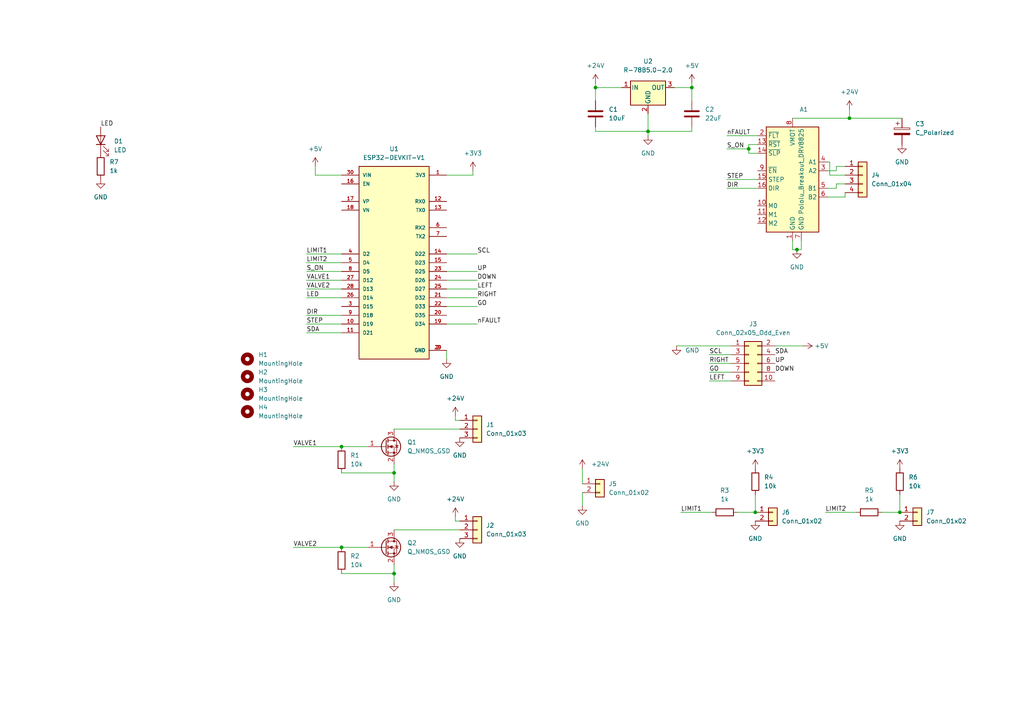
<source format=kicad_sch>
(kicad_sch (version 20211123) (generator eeschema)

  (uuid 9538e4ed-27e6-4c37-b989-9859dc0d49e8)

  (paper "A4")

  (lib_symbols
    (symbol "Connector_Generic:Conn_01x02" (pin_names (offset 1.016) hide) (in_bom yes) (on_board yes)
      (property "Reference" "J" (id 0) (at 0 2.54 0)
        (effects (font (size 1.27 1.27)))
      )
      (property "Value" "Conn_01x02" (id 1) (at 0 -5.08 0)
        (effects (font (size 1.27 1.27)))
      )
      (property "Footprint" "" (id 2) (at 0 0 0)
        (effects (font (size 1.27 1.27)) hide)
      )
      (property "Datasheet" "~" (id 3) (at 0 0 0)
        (effects (font (size 1.27 1.27)) hide)
      )
      (property "ki_keywords" "connector" (id 4) (at 0 0 0)
        (effects (font (size 1.27 1.27)) hide)
      )
      (property "ki_description" "Generic connector, single row, 01x02, script generated (kicad-library-utils/schlib/autogen/connector/)" (id 5) (at 0 0 0)
        (effects (font (size 1.27 1.27)) hide)
      )
      (property "ki_fp_filters" "Connector*:*_1x??_*" (id 6) (at 0 0 0)
        (effects (font (size 1.27 1.27)) hide)
      )
      (symbol "Conn_01x02_1_1"
        (rectangle (start -1.27 -2.413) (end 0 -2.667)
          (stroke (width 0.1524) (type default) (color 0 0 0 0))
          (fill (type none))
        )
        (rectangle (start -1.27 0.127) (end 0 -0.127)
          (stroke (width 0.1524) (type default) (color 0 0 0 0))
          (fill (type none))
        )
        (rectangle (start -1.27 1.27) (end 1.27 -3.81)
          (stroke (width 0.254) (type default) (color 0 0 0 0))
          (fill (type background))
        )
        (pin passive line (at -5.08 0 0) (length 3.81)
          (name "Pin_1" (effects (font (size 1.27 1.27))))
          (number "1" (effects (font (size 1.27 1.27))))
        )
        (pin passive line (at -5.08 -2.54 0) (length 3.81)
          (name "Pin_2" (effects (font (size 1.27 1.27))))
          (number "2" (effects (font (size 1.27 1.27))))
        )
      )
    )
    (symbol "Connector_Generic:Conn_01x03" (pin_names (offset 1.016) hide) (in_bom yes) (on_board yes)
      (property "Reference" "J" (id 0) (at 0 5.08 0)
        (effects (font (size 1.27 1.27)))
      )
      (property "Value" "Conn_01x03" (id 1) (at 0 -5.08 0)
        (effects (font (size 1.27 1.27)))
      )
      (property "Footprint" "" (id 2) (at 0 0 0)
        (effects (font (size 1.27 1.27)) hide)
      )
      (property "Datasheet" "~" (id 3) (at 0 0 0)
        (effects (font (size 1.27 1.27)) hide)
      )
      (property "ki_keywords" "connector" (id 4) (at 0 0 0)
        (effects (font (size 1.27 1.27)) hide)
      )
      (property "ki_description" "Generic connector, single row, 01x03, script generated (kicad-library-utils/schlib/autogen/connector/)" (id 5) (at 0 0 0)
        (effects (font (size 1.27 1.27)) hide)
      )
      (property "ki_fp_filters" "Connector*:*_1x??_*" (id 6) (at 0 0 0)
        (effects (font (size 1.27 1.27)) hide)
      )
      (symbol "Conn_01x03_1_1"
        (rectangle (start -1.27 -2.413) (end 0 -2.667)
          (stroke (width 0.1524) (type default) (color 0 0 0 0))
          (fill (type none))
        )
        (rectangle (start -1.27 0.127) (end 0 -0.127)
          (stroke (width 0.1524) (type default) (color 0 0 0 0))
          (fill (type none))
        )
        (rectangle (start -1.27 2.667) (end 0 2.413)
          (stroke (width 0.1524) (type default) (color 0 0 0 0))
          (fill (type none))
        )
        (rectangle (start -1.27 3.81) (end 1.27 -3.81)
          (stroke (width 0.254) (type default) (color 0 0 0 0))
          (fill (type background))
        )
        (pin passive line (at -5.08 2.54 0) (length 3.81)
          (name "Pin_1" (effects (font (size 1.27 1.27))))
          (number "1" (effects (font (size 1.27 1.27))))
        )
        (pin passive line (at -5.08 0 0) (length 3.81)
          (name "Pin_2" (effects (font (size 1.27 1.27))))
          (number "2" (effects (font (size 1.27 1.27))))
        )
        (pin passive line (at -5.08 -2.54 0) (length 3.81)
          (name "Pin_3" (effects (font (size 1.27 1.27))))
          (number "3" (effects (font (size 1.27 1.27))))
        )
      )
    )
    (symbol "Connector_Generic:Conn_01x04" (pin_names (offset 1.016) hide) (in_bom yes) (on_board yes)
      (property "Reference" "J" (id 0) (at 0 5.08 0)
        (effects (font (size 1.27 1.27)))
      )
      (property "Value" "Conn_01x04" (id 1) (at 0 -7.62 0)
        (effects (font (size 1.27 1.27)))
      )
      (property "Footprint" "" (id 2) (at 0 0 0)
        (effects (font (size 1.27 1.27)) hide)
      )
      (property "Datasheet" "~" (id 3) (at 0 0 0)
        (effects (font (size 1.27 1.27)) hide)
      )
      (property "ki_keywords" "connector" (id 4) (at 0 0 0)
        (effects (font (size 1.27 1.27)) hide)
      )
      (property "ki_description" "Generic connector, single row, 01x04, script generated (kicad-library-utils/schlib/autogen/connector/)" (id 5) (at 0 0 0)
        (effects (font (size 1.27 1.27)) hide)
      )
      (property "ki_fp_filters" "Connector*:*_1x??_*" (id 6) (at 0 0 0)
        (effects (font (size 1.27 1.27)) hide)
      )
      (symbol "Conn_01x04_1_1"
        (rectangle (start -1.27 -4.953) (end 0 -5.207)
          (stroke (width 0.1524) (type default) (color 0 0 0 0))
          (fill (type none))
        )
        (rectangle (start -1.27 -2.413) (end 0 -2.667)
          (stroke (width 0.1524) (type default) (color 0 0 0 0))
          (fill (type none))
        )
        (rectangle (start -1.27 0.127) (end 0 -0.127)
          (stroke (width 0.1524) (type default) (color 0 0 0 0))
          (fill (type none))
        )
        (rectangle (start -1.27 2.667) (end 0 2.413)
          (stroke (width 0.1524) (type default) (color 0 0 0 0))
          (fill (type none))
        )
        (rectangle (start -1.27 3.81) (end 1.27 -6.35)
          (stroke (width 0.254) (type default) (color 0 0 0 0))
          (fill (type background))
        )
        (pin passive line (at -5.08 2.54 0) (length 3.81)
          (name "Pin_1" (effects (font (size 1.27 1.27))))
          (number "1" (effects (font (size 1.27 1.27))))
        )
        (pin passive line (at -5.08 0 0) (length 3.81)
          (name "Pin_2" (effects (font (size 1.27 1.27))))
          (number "2" (effects (font (size 1.27 1.27))))
        )
        (pin passive line (at -5.08 -2.54 0) (length 3.81)
          (name "Pin_3" (effects (font (size 1.27 1.27))))
          (number "3" (effects (font (size 1.27 1.27))))
        )
        (pin passive line (at -5.08 -5.08 0) (length 3.81)
          (name "Pin_4" (effects (font (size 1.27 1.27))))
          (number "4" (effects (font (size 1.27 1.27))))
        )
      )
    )
    (symbol "Connector_Generic:Conn_02x05_Odd_Even" (pin_names (offset 1.016) hide) (in_bom yes) (on_board yes)
      (property "Reference" "J" (id 0) (at 1.27 7.62 0)
        (effects (font (size 1.27 1.27)))
      )
      (property "Value" "Conn_02x05_Odd_Even" (id 1) (at 1.27 -7.62 0)
        (effects (font (size 1.27 1.27)))
      )
      (property "Footprint" "" (id 2) (at 0 0 0)
        (effects (font (size 1.27 1.27)) hide)
      )
      (property "Datasheet" "~" (id 3) (at 0 0 0)
        (effects (font (size 1.27 1.27)) hide)
      )
      (property "ki_keywords" "connector" (id 4) (at 0 0 0)
        (effects (font (size 1.27 1.27)) hide)
      )
      (property "ki_description" "Generic connector, double row, 02x05, odd/even pin numbering scheme (row 1 odd numbers, row 2 even numbers), script generated (kicad-library-utils/schlib/autogen/connector/)" (id 5) (at 0 0 0)
        (effects (font (size 1.27 1.27)) hide)
      )
      (property "ki_fp_filters" "Connector*:*_2x??_*" (id 6) (at 0 0 0)
        (effects (font (size 1.27 1.27)) hide)
      )
      (symbol "Conn_02x05_Odd_Even_1_1"
        (rectangle (start -1.27 -4.953) (end 0 -5.207)
          (stroke (width 0.1524) (type default) (color 0 0 0 0))
          (fill (type none))
        )
        (rectangle (start -1.27 -2.413) (end 0 -2.667)
          (stroke (width 0.1524) (type default) (color 0 0 0 0))
          (fill (type none))
        )
        (rectangle (start -1.27 0.127) (end 0 -0.127)
          (stroke (width 0.1524) (type default) (color 0 0 0 0))
          (fill (type none))
        )
        (rectangle (start -1.27 2.667) (end 0 2.413)
          (stroke (width 0.1524) (type default) (color 0 0 0 0))
          (fill (type none))
        )
        (rectangle (start -1.27 5.207) (end 0 4.953)
          (stroke (width 0.1524) (type default) (color 0 0 0 0))
          (fill (type none))
        )
        (rectangle (start -1.27 6.35) (end 3.81 -6.35)
          (stroke (width 0.254) (type default) (color 0 0 0 0))
          (fill (type background))
        )
        (rectangle (start 3.81 -4.953) (end 2.54 -5.207)
          (stroke (width 0.1524) (type default) (color 0 0 0 0))
          (fill (type none))
        )
        (rectangle (start 3.81 -2.413) (end 2.54 -2.667)
          (stroke (width 0.1524) (type default) (color 0 0 0 0))
          (fill (type none))
        )
        (rectangle (start 3.81 0.127) (end 2.54 -0.127)
          (stroke (width 0.1524) (type default) (color 0 0 0 0))
          (fill (type none))
        )
        (rectangle (start 3.81 2.667) (end 2.54 2.413)
          (stroke (width 0.1524) (type default) (color 0 0 0 0))
          (fill (type none))
        )
        (rectangle (start 3.81 5.207) (end 2.54 4.953)
          (stroke (width 0.1524) (type default) (color 0 0 0 0))
          (fill (type none))
        )
        (pin passive line (at -5.08 5.08 0) (length 3.81)
          (name "Pin_1" (effects (font (size 1.27 1.27))))
          (number "1" (effects (font (size 1.27 1.27))))
        )
        (pin passive line (at 7.62 -5.08 180) (length 3.81)
          (name "Pin_10" (effects (font (size 1.27 1.27))))
          (number "10" (effects (font (size 1.27 1.27))))
        )
        (pin passive line (at 7.62 5.08 180) (length 3.81)
          (name "Pin_2" (effects (font (size 1.27 1.27))))
          (number "2" (effects (font (size 1.27 1.27))))
        )
        (pin passive line (at -5.08 2.54 0) (length 3.81)
          (name "Pin_3" (effects (font (size 1.27 1.27))))
          (number "3" (effects (font (size 1.27 1.27))))
        )
        (pin passive line (at 7.62 2.54 180) (length 3.81)
          (name "Pin_4" (effects (font (size 1.27 1.27))))
          (number "4" (effects (font (size 1.27 1.27))))
        )
        (pin passive line (at -5.08 0 0) (length 3.81)
          (name "Pin_5" (effects (font (size 1.27 1.27))))
          (number "5" (effects (font (size 1.27 1.27))))
        )
        (pin passive line (at 7.62 0 180) (length 3.81)
          (name "Pin_6" (effects (font (size 1.27 1.27))))
          (number "6" (effects (font (size 1.27 1.27))))
        )
        (pin passive line (at -5.08 -2.54 0) (length 3.81)
          (name "Pin_7" (effects (font (size 1.27 1.27))))
          (number "7" (effects (font (size 1.27 1.27))))
        )
        (pin passive line (at 7.62 -2.54 180) (length 3.81)
          (name "Pin_8" (effects (font (size 1.27 1.27))))
          (number "8" (effects (font (size 1.27 1.27))))
        )
        (pin passive line (at -5.08 -5.08 0) (length 3.81)
          (name "Pin_9" (effects (font (size 1.27 1.27))))
          (number "9" (effects (font (size 1.27 1.27))))
        )
      )
    )
    (symbol "Device:C" (pin_numbers hide) (pin_names (offset 0.254)) (in_bom yes) (on_board yes)
      (property "Reference" "C" (id 0) (at 0.635 2.54 0)
        (effects (font (size 1.27 1.27)) (justify left))
      )
      (property "Value" "C" (id 1) (at 0.635 -2.54 0)
        (effects (font (size 1.27 1.27)) (justify left))
      )
      (property "Footprint" "" (id 2) (at 0.9652 -3.81 0)
        (effects (font (size 1.27 1.27)) hide)
      )
      (property "Datasheet" "~" (id 3) (at 0 0 0)
        (effects (font (size 1.27 1.27)) hide)
      )
      (property "ki_keywords" "cap capacitor" (id 4) (at 0 0 0)
        (effects (font (size 1.27 1.27)) hide)
      )
      (property "ki_description" "Unpolarized capacitor" (id 5) (at 0 0 0)
        (effects (font (size 1.27 1.27)) hide)
      )
      (property "ki_fp_filters" "C_*" (id 6) (at 0 0 0)
        (effects (font (size 1.27 1.27)) hide)
      )
      (symbol "C_0_1"
        (polyline
          (pts
            (xy -2.032 -0.762)
            (xy 2.032 -0.762)
          )
          (stroke (width 0.508) (type default) (color 0 0 0 0))
          (fill (type none))
        )
        (polyline
          (pts
            (xy -2.032 0.762)
            (xy 2.032 0.762)
          )
          (stroke (width 0.508) (type default) (color 0 0 0 0))
          (fill (type none))
        )
      )
      (symbol "C_1_1"
        (pin passive line (at 0 3.81 270) (length 2.794)
          (name "~" (effects (font (size 1.27 1.27))))
          (number "1" (effects (font (size 1.27 1.27))))
        )
        (pin passive line (at 0 -3.81 90) (length 2.794)
          (name "~" (effects (font (size 1.27 1.27))))
          (number "2" (effects (font (size 1.27 1.27))))
        )
      )
    )
    (symbol "Device:C_Polarized" (pin_numbers hide) (pin_names (offset 0.254)) (in_bom yes) (on_board yes)
      (property "Reference" "C" (id 0) (at 0.635 2.54 0)
        (effects (font (size 1.27 1.27)) (justify left))
      )
      (property "Value" "C_Polarized" (id 1) (at 0.635 -2.54 0)
        (effects (font (size 1.27 1.27)) (justify left))
      )
      (property "Footprint" "" (id 2) (at 0.9652 -3.81 0)
        (effects (font (size 1.27 1.27)) hide)
      )
      (property "Datasheet" "~" (id 3) (at 0 0 0)
        (effects (font (size 1.27 1.27)) hide)
      )
      (property "ki_keywords" "cap capacitor" (id 4) (at 0 0 0)
        (effects (font (size 1.27 1.27)) hide)
      )
      (property "ki_description" "Polarized capacitor" (id 5) (at 0 0 0)
        (effects (font (size 1.27 1.27)) hide)
      )
      (property "ki_fp_filters" "CP_*" (id 6) (at 0 0 0)
        (effects (font (size 1.27 1.27)) hide)
      )
      (symbol "C_Polarized_0_1"
        (rectangle (start -2.286 0.508) (end 2.286 1.016)
          (stroke (width 0) (type default) (color 0 0 0 0))
          (fill (type none))
        )
        (polyline
          (pts
            (xy -1.778 2.286)
            (xy -0.762 2.286)
          )
          (stroke (width 0) (type default) (color 0 0 0 0))
          (fill (type none))
        )
        (polyline
          (pts
            (xy -1.27 2.794)
            (xy -1.27 1.778)
          )
          (stroke (width 0) (type default) (color 0 0 0 0))
          (fill (type none))
        )
        (rectangle (start 2.286 -0.508) (end -2.286 -1.016)
          (stroke (width 0) (type default) (color 0 0 0 0))
          (fill (type outline))
        )
      )
      (symbol "C_Polarized_1_1"
        (pin passive line (at 0 3.81 270) (length 2.794)
          (name "~" (effects (font (size 1.27 1.27))))
          (number "1" (effects (font (size 1.27 1.27))))
        )
        (pin passive line (at 0 -3.81 90) (length 2.794)
          (name "~" (effects (font (size 1.27 1.27))))
          (number "2" (effects (font (size 1.27 1.27))))
        )
      )
    )
    (symbol "Device:LED" (pin_numbers hide) (pin_names (offset 1.016) hide) (in_bom yes) (on_board yes)
      (property "Reference" "D" (id 0) (at 0 2.54 0)
        (effects (font (size 1.27 1.27)))
      )
      (property "Value" "LED" (id 1) (at 0 -2.54 0)
        (effects (font (size 1.27 1.27)))
      )
      (property "Footprint" "" (id 2) (at 0 0 0)
        (effects (font (size 1.27 1.27)) hide)
      )
      (property "Datasheet" "~" (id 3) (at 0 0 0)
        (effects (font (size 1.27 1.27)) hide)
      )
      (property "ki_keywords" "LED diode" (id 4) (at 0 0 0)
        (effects (font (size 1.27 1.27)) hide)
      )
      (property "ki_description" "Light emitting diode" (id 5) (at 0 0 0)
        (effects (font (size 1.27 1.27)) hide)
      )
      (property "ki_fp_filters" "LED* LED_SMD:* LED_THT:*" (id 6) (at 0 0 0)
        (effects (font (size 1.27 1.27)) hide)
      )
      (symbol "LED_0_1"
        (polyline
          (pts
            (xy -1.27 -1.27)
            (xy -1.27 1.27)
          )
          (stroke (width 0.254) (type default) (color 0 0 0 0))
          (fill (type none))
        )
        (polyline
          (pts
            (xy -1.27 0)
            (xy 1.27 0)
          )
          (stroke (width 0) (type default) (color 0 0 0 0))
          (fill (type none))
        )
        (polyline
          (pts
            (xy 1.27 -1.27)
            (xy 1.27 1.27)
            (xy -1.27 0)
            (xy 1.27 -1.27)
          )
          (stroke (width 0.254) (type default) (color 0 0 0 0))
          (fill (type none))
        )
        (polyline
          (pts
            (xy -3.048 -0.762)
            (xy -4.572 -2.286)
            (xy -3.81 -2.286)
            (xy -4.572 -2.286)
            (xy -4.572 -1.524)
          )
          (stroke (width 0) (type default) (color 0 0 0 0))
          (fill (type none))
        )
        (polyline
          (pts
            (xy -1.778 -0.762)
            (xy -3.302 -2.286)
            (xy -2.54 -2.286)
            (xy -3.302 -2.286)
            (xy -3.302 -1.524)
          )
          (stroke (width 0) (type default) (color 0 0 0 0))
          (fill (type none))
        )
      )
      (symbol "LED_1_1"
        (pin passive line (at -3.81 0 0) (length 2.54)
          (name "K" (effects (font (size 1.27 1.27))))
          (number "1" (effects (font (size 1.27 1.27))))
        )
        (pin passive line (at 3.81 0 180) (length 2.54)
          (name "A" (effects (font (size 1.27 1.27))))
          (number "2" (effects (font (size 1.27 1.27))))
        )
      )
    )
    (symbol "Device:Q_NMOS_GSD" (pin_names (offset 0) hide) (in_bom yes) (on_board yes)
      (property "Reference" "Q" (id 0) (at 5.08 1.27 0)
        (effects (font (size 1.27 1.27)) (justify left))
      )
      (property "Value" "Q_NMOS_GSD" (id 1) (at 5.08 -1.27 0)
        (effects (font (size 1.27 1.27)) (justify left))
      )
      (property "Footprint" "" (id 2) (at 5.08 2.54 0)
        (effects (font (size 1.27 1.27)) hide)
      )
      (property "Datasheet" "~" (id 3) (at 0 0 0)
        (effects (font (size 1.27 1.27)) hide)
      )
      (property "ki_keywords" "transistor NMOS N-MOS N-MOSFET" (id 4) (at 0 0 0)
        (effects (font (size 1.27 1.27)) hide)
      )
      (property "ki_description" "N-MOSFET transistor, gate/source/drain" (id 5) (at 0 0 0)
        (effects (font (size 1.27 1.27)) hide)
      )
      (symbol "Q_NMOS_GSD_0_1"
        (polyline
          (pts
            (xy 0.254 0)
            (xy -2.54 0)
          )
          (stroke (width 0) (type default) (color 0 0 0 0))
          (fill (type none))
        )
        (polyline
          (pts
            (xy 0.254 1.905)
            (xy 0.254 -1.905)
          )
          (stroke (width 0.254) (type default) (color 0 0 0 0))
          (fill (type none))
        )
        (polyline
          (pts
            (xy 0.762 -1.27)
            (xy 0.762 -2.286)
          )
          (stroke (width 0.254) (type default) (color 0 0 0 0))
          (fill (type none))
        )
        (polyline
          (pts
            (xy 0.762 0.508)
            (xy 0.762 -0.508)
          )
          (stroke (width 0.254) (type default) (color 0 0 0 0))
          (fill (type none))
        )
        (polyline
          (pts
            (xy 0.762 2.286)
            (xy 0.762 1.27)
          )
          (stroke (width 0.254) (type default) (color 0 0 0 0))
          (fill (type none))
        )
        (polyline
          (pts
            (xy 2.54 2.54)
            (xy 2.54 1.778)
          )
          (stroke (width 0) (type default) (color 0 0 0 0))
          (fill (type none))
        )
        (polyline
          (pts
            (xy 2.54 -2.54)
            (xy 2.54 0)
            (xy 0.762 0)
          )
          (stroke (width 0) (type default) (color 0 0 0 0))
          (fill (type none))
        )
        (polyline
          (pts
            (xy 0.762 -1.778)
            (xy 3.302 -1.778)
            (xy 3.302 1.778)
            (xy 0.762 1.778)
          )
          (stroke (width 0) (type default) (color 0 0 0 0))
          (fill (type none))
        )
        (polyline
          (pts
            (xy 1.016 0)
            (xy 2.032 0.381)
            (xy 2.032 -0.381)
            (xy 1.016 0)
          )
          (stroke (width 0) (type default) (color 0 0 0 0))
          (fill (type outline))
        )
        (polyline
          (pts
            (xy 2.794 0.508)
            (xy 2.921 0.381)
            (xy 3.683 0.381)
            (xy 3.81 0.254)
          )
          (stroke (width 0) (type default) (color 0 0 0 0))
          (fill (type none))
        )
        (polyline
          (pts
            (xy 3.302 0.381)
            (xy 2.921 -0.254)
            (xy 3.683 -0.254)
            (xy 3.302 0.381)
          )
          (stroke (width 0) (type default) (color 0 0 0 0))
          (fill (type none))
        )
        (circle (center 1.651 0) (radius 2.794)
          (stroke (width 0.254) (type default) (color 0 0 0 0))
          (fill (type none))
        )
        (circle (center 2.54 -1.778) (radius 0.254)
          (stroke (width 0) (type default) (color 0 0 0 0))
          (fill (type outline))
        )
        (circle (center 2.54 1.778) (radius 0.254)
          (stroke (width 0) (type default) (color 0 0 0 0))
          (fill (type outline))
        )
      )
      (symbol "Q_NMOS_GSD_1_1"
        (pin input line (at -5.08 0 0) (length 2.54)
          (name "G" (effects (font (size 1.27 1.27))))
          (number "1" (effects (font (size 1.27 1.27))))
        )
        (pin passive line (at 2.54 -5.08 90) (length 2.54)
          (name "S" (effects (font (size 1.27 1.27))))
          (number "2" (effects (font (size 1.27 1.27))))
        )
        (pin passive line (at 2.54 5.08 270) (length 2.54)
          (name "D" (effects (font (size 1.27 1.27))))
          (number "3" (effects (font (size 1.27 1.27))))
        )
      )
    )
    (symbol "Device:R" (pin_numbers hide) (pin_names (offset 0)) (in_bom yes) (on_board yes)
      (property "Reference" "R" (id 0) (at 2.032 0 90)
        (effects (font (size 1.27 1.27)))
      )
      (property "Value" "R" (id 1) (at 0 0 90)
        (effects (font (size 1.27 1.27)))
      )
      (property "Footprint" "" (id 2) (at -1.778 0 90)
        (effects (font (size 1.27 1.27)) hide)
      )
      (property "Datasheet" "~" (id 3) (at 0 0 0)
        (effects (font (size 1.27 1.27)) hide)
      )
      (property "ki_keywords" "R res resistor" (id 4) (at 0 0 0)
        (effects (font (size 1.27 1.27)) hide)
      )
      (property "ki_description" "Resistor" (id 5) (at 0 0 0)
        (effects (font (size 1.27 1.27)) hide)
      )
      (property "ki_fp_filters" "R_*" (id 6) (at 0 0 0)
        (effects (font (size 1.27 1.27)) hide)
      )
      (symbol "R_0_1"
        (rectangle (start -1.016 -2.54) (end 1.016 2.54)
          (stroke (width 0.254) (type default) (color 0 0 0 0))
          (fill (type none))
        )
      )
      (symbol "R_1_1"
        (pin passive line (at 0 3.81 270) (length 1.27)
          (name "~" (effects (font (size 1.27 1.27))))
          (number "1" (effects (font (size 1.27 1.27))))
        )
        (pin passive line (at 0 -3.81 90) (length 1.27)
          (name "~" (effects (font (size 1.27 1.27))))
          (number "2" (effects (font (size 1.27 1.27))))
        )
      )
    )
    (symbol "Driver_Motor:Pololu_Breakout_DRV8825" (in_bom yes) (on_board yes)
      (property "Reference" "A" (id 0) (at -2.54 16.51 0)
        (effects (font (size 1.27 1.27)) (justify right))
      )
      (property "Value" "Pololu_Breakout_DRV8825" (id 1) (at -2.54 13.97 0)
        (effects (font (size 1.27 1.27)) (justify right))
      )
      (property "Footprint" "Module:Pololu_Breakout-16_15.2x20.3mm" (id 2) (at 5.08 -20.32 0)
        (effects (font (size 1.27 1.27)) (justify left) hide)
      )
      (property "Datasheet" "https://www.pololu.com/product/2982" (id 3) (at 2.54 -7.62 0)
        (effects (font (size 1.27 1.27)) hide)
      )
      (property "ki_keywords" "Pololu Breakout Board Stepper Driver DRV8825" (id 4) (at 0 0 0)
        (effects (font (size 1.27 1.27)) hide)
      )
      (property "ki_description" "Pololu Breakout Board, Stepper Driver DRV8825" (id 5) (at 0 0 0)
        (effects (font (size 1.27 1.27)) hide)
      )
      (property "ki_fp_filters" "Pololu*Breakout*15.2x20.3mm*" (id 6) (at 0 0 0)
        (effects (font (size 1.27 1.27)) hide)
      )
      (symbol "Pololu_Breakout_DRV8825_0_1"
        (rectangle (start 7.62 -17.78) (end -7.62 12.7)
          (stroke (width 0.254) (type default) (color 0 0 0 0))
          (fill (type background))
        )
      )
      (symbol "Pololu_Breakout_DRV8825_1_1"
        (pin power_in line (at 0 -20.32 90) (length 2.54)
          (name "GND" (effects (font (size 1.27 1.27))))
          (number "1" (effects (font (size 1.27 1.27))))
        )
        (pin input line (at -10.16 -10.16 0) (length 2.54)
          (name "M0" (effects (font (size 1.27 1.27))))
          (number "10" (effects (font (size 1.27 1.27))))
        )
        (pin input line (at -10.16 -12.7 0) (length 2.54)
          (name "M1" (effects (font (size 1.27 1.27))))
          (number "11" (effects (font (size 1.27 1.27))))
        )
        (pin input line (at -10.16 -15.24 0) (length 2.54)
          (name "M2" (effects (font (size 1.27 1.27))))
          (number "12" (effects (font (size 1.27 1.27))))
        )
        (pin input line (at -10.16 7.62 0) (length 2.54)
          (name "~{RST}" (effects (font (size 1.27 1.27))))
          (number "13" (effects (font (size 1.27 1.27))))
        )
        (pin input line (at -10.16 5.08 0) (length 2.54)
          (name "~{SLP}" (effects (font (size 1.27 1.27))))
          (number "14" (effects (font (size 1.27 1.27))))
        )
        (pin input line (at -10.16 -2.54 0) (length 2.54)
          (name "STEP" (effects (font (size 1.27 1.27))))
          (number "15" (effects (font (size 1.27 1.27))))
        )
        (pin input line (at -10.16 -5.08 0) (length 2.54)
          (name "DIR" (effects (font (size 1.27 1.27))))
          (number "16" (effects (font (size 1.27 1.27))))
        )
        (pin output line (at -10.16 10.16 0) (length 2.54)
          (name "~{FLT}" (effects (font (size 1.27 1.27))))
          (number "2" (effects (font (size 1.27 1.27))))
        )
        (pin output line (at 10.16 0 180) (length 2.54)
          (name "A2" (effects (font (size 1.27 1.27))))
          (number "3" (effects (font (size 1.27 1.27))))
        )
        (pin output line (at 10.16 2.54 180) (length 2.54)
          (name "A1" (effects (font (size 1.27 1.27))))
          (number "4" (effects (font (size 1.27 1.27))))
        )
        (pin output line (at 10.16 -5.08 180) (length 2.54)
          (name "B1" (effects (font (size 1.27 1.27))))
          (number "5" (effects (font (size 1.27 1.27))))
        )
        (pin output line (at 10.16 -7.62 180) (length 2.54)
          (name "B2" (effects (font (size 1.27 1.27))))
          (number "6" (effects (font (size 1.27 1.27))))
        )
        (pin power_in line (at 2.54 -20.32 90) (length 2.54)
          (name "GND" (effects (font (size 1.27 1.27))))
          (number "7" (effects (font (size 1.27 1.27))))
        )
        (pin power_in line (at 0 15.24 270) (length 2.54)
          (name "VMOT" (effects (font (size 1.27 1.27))))
          (number "8" (effects (font (size 1.27 1.27))))
        )
        (pin input line (at -10.16 0 0) (length 2.54)
          (name "~{EN}" (effects (font (size 1.27 1.27))))
          (number "9" (effects (font (size 1.27 1.27))))
        )
      )
    )
    (symbol "Mechanical:MountingHole" (pin_names (offset 1.016)) (in_bom yes) (on_board yes)
      (property "Reference" "H" (id 0) (at 0 5.08 0)
        (effects (font (size 1.27 1.27)))
      )
      (property "Value" "MountingHole" (id 1) (at 0 3.175 0)
        (effects (font (size 1.27 1.27)))
      )
      (property "Footprint" "" (id 2) (at 0 0 0)
        (effects (font (size 1.27 1.27)) hide)
      )
      (property "Datasheet" "~" (id 3) (at 0 0 0)
        (effects (font (size 1.27 1.27)) hide)
      )
      (property "ki_keywords" "mounting hole" (id 4) (at 0 0 0)
        (effects (font (size 1.27 1.27)) hide)
      )
      (property "ki_description" "Mounting Hole without connection" (id 5) (at 0 0 0)
        (effects (font (size 1.27 1.27)) hide)
      )
      (property "ki_fp_filters" "MountingHole*" (id 6) (at 0 0 0)
        (effects (font (size 1.27 1.27)) hide)
      )
      (symbol "MountingHole_0_1"
        (circle (center 0 0) (radius 1.27)
          (stroke (width 1.27) (type default) (color 0 0 0 0))
          (fill (type none))
        )
      )
    )
    (symbol "Regulator_Switching:R-78B5.0-2.0" (pin_names (offset 0.254)) (in_bom yes) (on_board yes)
      (property "Reference" "U" (id 0) (at -3.81 3.175 0)
        (effects (font (size 1.27 1.27)))
      )
      (property "Value" "R-78B5.0-2.0" (id 1) (at 0 3.175 0)
        (effects (font (size 1.27 1.27)) (justify left))
      )
      (property "Footprint" "Converter_DCDC:Converter_DCDC_RECOM_R-78B-2.0_THT" (id 2) (at 1.27 -6.35 0)
        (effects (font (size 1.27 1.27) italic) (justify left) hide)
      )
      (property "Datasheet" "https://www.recom-power.com/pdf/Innoline/R-78Bxx-2.0.pdf" (id 3) (at 0 0 0)
        (effects (font (size 1.27 1.27)) hide)
      )
      (property "ki_keywords" "dc-dc recom Step-Down DC/DC-Regulator" (id 4) (at 0 0 0)
        (effects (font (size 1.27 1.27)) hide)
      )
      (property "ki_description" "2A Step-Down DC/DC-Regulator, 6.5-32V input, 5.0V fixed Output Voltage, LM78xx replacement, -40°C to +85°C, SIP3" (id 5) (at 0 0 0)
        (effects (font (size 1.27 1.27)) hide)
      )
      (property "ki_fp_filters" "Converter*DCDC*RECOM*R*78B*2.0*" (id 6) (at 0 0 0)
        (effects (font (size 1.27 1.27)) hide)
      )
      (symbol "R-78B5.0-2.0_0_1"
        (rectangle (start -5.08 1.905) (end 5.08 -5.08)
          (stroke (width 0.254) (type default) (color 0 0 0 0))
          (fill (type background))
        )
      )
      (symbol "R-78B5.0-2.0_1_1"
        (pin power_in line (at -7.62 0 0) (length 2.54)
          (name "IN" (effects (font (size 1.27 1.27))))
          (number "1" (effects (font (size 1.27 1.27))))
        )
        (pin power_in line (at 0 -7.62 90) (length 2.54)
          (name "GND" (effects (font (size 1.27 1.27))))
          (number "2" (effects (font (size 1.27 1.27))))
        )
        (pin power_out line (at 7.62 0 180) (length 2.54)
          (name "OUT" (effects (font (size 1.27 1.27))))
          (number "3" (effects (font (size 1.27 1.27))))
        )
      )
    )
    (symbol "esp32:ESP32-DEVKIT-V1" (pin_names (offset 1.016)) (in_bom yes) (on_board yes)
      (property "Reference" "U" (id 0) (at -10.16 30.48 0)
        (effects (font (size 1.27 1.27)) (justify left bottom))
      )
      (property "Value" "ESP32-DEVKIT-V1" (id 1) (at -10.16 -30.48 0)
        (effects (font (size 1.27 1.27)) (justify left bottom))
      )
      (property "Footprint" "MODULE_ESP32_DEVKIT_V1" (id 2) (at 0 0 0)
        (effects (font (size 1.27 1.27)) (justify left bottom) hide)
      )
      (property "Datasheet" "" (id 3) (at 0 0 0)
        (effects (font (size 1.27 1.27)) (justify left bottom) hide)
      )
      (property "STANDARD" "Manufacturer Recommendations" (id 4) (at 0 0 0)
        (effects (font (size 1.27 1.27)) (justify left bottom) hide)
      )
      (property "MAXIMUM_PACKAGE_HEIGHT" "6.8 mm" (id 5) (at 0 0 0)
        (effects (font (size 1.27 1.27)) (justify left bottom) hide)
      )
      (property "MANUFACTURER" "DOIT" (id 6) (at 0 0 0)
        (effects (font (size 1.27 1.27)) (justify left bottom) hide)
      )
      (property "PARTREV" "N/A" (id 7) (at 0 0 0)
        (effects (font (size 1.27 1.27)) (justify left bottom) hide)
      )
      (property "ki_locked" "" (id 8) (at 0 0 0)
        (effects (font (size 1.27 1.27)))
      )
      (symbol "ESP32-DEVKIT-V1_0_0"
        (rectangle (start -10.16 -27.94) (end 10.16 27.94)
          (stroke (width 0.254) (type default) (color 0 0 0 0))
          (fill (type background))
        )
        (pin output line (at 15.24 25.4 180) (length 5.08)
          (name "3V3" (effects (font (size 1.016 1.016))))
          (number "1" (effects (font (size 1.016 1.016))))
        )
        (pin bidirectional line (at -15.24 -17.78 0) (length 5.08)
          (name "D19" (effects (font (size 1.016 1.016))))
          (number "10" (effects (font (size 1.016 1.016))))
        )
        (pin bidirectional line (at -15.24 -20.32 0) (length 5.08)
          (name "D21" (effects (font (size 1.016 1.016))))
          (number "11" (effects (font (size 1.016 1.016))))
        )
        (pin input line (at 15.24 17.78 180) (length 5.08)
          (name "RX0" (effects (font (size 1.016 1.016))))
          (number "12" (effects (font (size 1.016 1.016))))
        )
        (pin output line (at 15.24 15.24 180) (length 5.08)
          (name "TX0" (effects (font (size 1.016 1.016))))
          (number "13" (effects (font (size 1.016 1.016))))
        )
        (pin bidirectional line (at 15.24 2.54 180) (length 5.08)
          (name "D22" (effects (font (size 1.016 1.016))))
          (number "14" (effects (font (size 1.016 1.016))))
        )
        (pin bidirectional line (at 15.24 0 180) (length 5.08)
          (name "D23" (effects (font (size 1.016 1.016))))
          (number "15" (effects (font (size 1.016 1.016))))
        )
        (pin input line (at -15.24 22.86 0) (length 5.08)
          (name "EN" (effects (font (size 1.016 1.016))))
          (number "16" (effects (font (size 1.016 1.016))))
        )
        (pin bidirectional line (at -15.24 17.78 0) (length 5.08)
          (name "VP" (effects (font (size 1.016 1.016))))
          (number "17" (effects (font (size 1.016 1.016))))
        )
        (pin bidirectional line (at -15.24 15.24 0) (length 5.08)
          (name "VN" (effects (font (size 1.016 1.016))))
          (number "18" (effects (font (size 1.016 1.016))))
        )
        (pin bidirectional line (at 15.24 -17.78 180) (length 5.08)
          (name "D34" (effects (font (size 1.016 1.016))))
          (number "19" (effects (font (size 1.016 1.016))))
        )
        (pin power_in line (at 15.24 -25.4 180) (length 5.08)
          (name "GND" (effects (font (size 1.016 1.016))))
          (number "2" (effects (font (size 1.016 1.016))))
        )
        (pin bidirectional line (at 15.24 -15.24 180) (length 5.08)
          (name "D35" (effects (font (size 1.016 1.016))))
          (number "20" (effects (font (size 1.016 1.016))))
        )
        (pin bidirectional line (at 15.24 -10.16 180) (length 5.08)
          (name "D32" (effects (font (size 1.016 1.016))))
          (number "21" (effects (font (size 1.016 1.016))))
        )
        (pin bidirectional line (at 15.24 -12.7 180) (length 5.08)
          (name "D33" (effects (font (size 1.016 1.016))))
          (number "22" (effects (font (size 1.016 1.016))))
        )
        (pin bidirectional line (at 15.24 -2.54 180) (length 5.08)
          (name "D25" (effects (font (size 1.016 1.016))))
          (number "23" (effects (font (size 1.016 1.016))))
        )
        (pin bidirectional line (at 15.24 -5.08 180) (length 5.08)
          (name "D26" (effects (font (size 1.016 1.016))))
          (number "24" (effects (font (size 1.016 1.016))))
        )
        (pin bidirectional line (at 15.24 -7.62 180) (length 5.08)
          (name "D27" (effects (font (size 1.016 1.016))))
          (number "25" (effects (font (size 1.016 1.016))))
        )
        (pin bidirectional line (at -15.24 -10.16 0) (length 5.08)
          (name "D14" (effects (font (size 1.016 1.016))))
          (number "26" (effects (font (size 1.016 1.016))))
        )
        (pin bidirectional line (at -15.24 -5.08 0) (length 5.08)
          (name "D12" (effects (font (size 1.016 1.016))))
          (number "27" (effects (font (size 1.016 1.016))))
        )
        (pin bidirectional line (at -15.24 -7.62 0) (length 5.08)
          (name "D13" (effects (font (size 1.016 1.016))))
          (number "28" (effects (font (size 1.016 1.016))))
        )
        (pin power_in line (at 15.24 -25.4 180) (length 5.08)
          (name "GND" (effects (font (size 1.016 1.016))))
          (number "29" (effects (font (size 1.016 1.016))))
        )
        (pin bidirectional line (at -15.24 -12.7 0) (length 5.08)
          (name "D15" (effects (font (size 1.016 1.016))))
          (number "3" (effects (font (size 1.016 1.016))))
        )
        (pin input line (at -15.24 25.4 0) (length 5.08)
          (name "VIN" (effects (font (size 1.016 1.016))))
          (number "30" (effects (font (size 1.016 1.016))))
        )
        (pin bidirectional line (at -15.24 2.54 0) (length 5.08)
          (name "D2" (effects (font (size 1.016 1.016))))
          (number "4" (effects (font (size 1.016 1.016))))
        )
        (pin bidirectional line (at -15.24 0 0) (length 5.08)
          (name "D4" (effects (font (size 1.016 1.016))))
          (number "5" (effects (font (size 1.016 1.016))))
        )
        (pin input line (at 15.24 10.16 180) (length 5.08)
          (name "RX2" (effects (font (size 1.016 1.016))))
          (number "6" (effects (font (size 1.016 1.016))))
        )
        (pin output line (at 15.24 7.62 180) (length 5.08)
          (name "TX2" (effects (font (size 1.016 1.016))))
          (number "7" (effects (font (size 1.016 1.016))))
        )
        (pin bidirectional line (at -15.24 -2.54 0) (length 5.08)
          (name "D5" (effects (font (size 1.016 1.016))))
          (number "8" (effects (font (size 1.016 1.016))))
        )
        (pin bidirectional line (at -15.24 -15.24 0) (length 5.08)
          (name "D18" (effects (font (size 1.016 1.016))))
          (number "9" (effects (font (size 1.016 1.016))))
        )
      )
    )
    (symbol "power:+24V" (power) (pin_names (offset 0)) (in_bom yes) (on_board yes)
      (property "Reference" "#PWR" (id 0) (at 0 -3.81 0)
        (effects (font (size 1.27 1.27)) hide)
      )
      (property "Value" "+24V" (id 1) (at 0 3.556 0)
        (effects (font (size 1.27 1.27)))
      )
      (property "Footprint" "" (id 2) (at 0 0 0)
        (effects (font (size 1.27 1.27)) hide)
      )
      (property "Datasheet" "" (id 3) (at 0 0 0)
        (effects (font (size 1.27 1.27)) hide)
      )
      (property "ki_keywords" "power-flag" (id 4) (at 0 0 0)
        (effects (font (size 1.27 1.27)) hide)
      )
      (property "ki_description" "Power symbol creates a global label with name \"+24V\"" (id 5) (at 0 0 0)
        (effects (font (size 1.27 1.27)) hide)
      )
      (symbol "+24V_0_1"
        (polyline
          (pts
            (xy -0.762 1.27)
            (xy 0 2.54)
          )
          (stroke (width 0) (type default) (color 0 0 0 0))
          (fill (type none))
        )
        (polyline
          (pts
            (xy 0 0)
            (xy 0 2.54)
          )
          (stroke (width 0) (type default) (color 0 0 0 0))
          (fill (type none))
        )
        (polyline
          (pts
            (xy 0 2.54)
            (xy 0.762 1.27)
          )
          (stroke (width 0) (type default) (color 0 0 0 0))
          (fill (type none))
        )
      )
      (symbol "+24V_1_1"
        (pin power_in line (at 0 0 90) (length 0) hide
          (name "+24V" (effects (font (size 1.27 1.27))))
          (number "1" (effects (font (size 1.27 1.27))))
        )
      )
    )
    (symbol "power:+3.3V" (power) (pin_names (offset 0)) (in_bom yes) (on_board yes)
      (property "Reference" "#PWR" (id 0) (at 0 -3.81 0)
        (effects (font (size 1.27 1.27)) hide)
      )
      (property "Value" "+3.3V" (id 1) (at 0 3.556 0)
        (effects (font (size 1.27 1.27)))
      )
      (property "Footprint" "" (id 2) (at 0 0 0)
        (effects (font (size 1.27 1.27)) hide)
      )
      (property "Datasheet" "" (id 3) (at 0 0 0)
        (effects (font (size 1.27 1.27)) hide)
      )
      (property "ki_keywords" "power-flag" (id 4) (at 0 0 0)
        (effects (font (size 1.27 1.27)) hide)
      )
      (property "ki_description" "Power symbol creates a global label with name \"+3.3V\"" (id 5) (at 0 0 0)
        (effects (font (size 1.27 1.27)) hide)
      )
      (symbol "+3.3V_0_1"
        (polyline
          (pts
            (xy -0.762 1.27)
            (xy 0 2.54)
          )
          (stroke (width 0) (type default) (color 0 0 0 0))
          (fill (type none))
        )
        (polyline
          (pts
            (xy 0 0)
            (xy 0 2.54)
          )
          (stroke (width 0) (type default) (color 0 0 0 0))
          (fill (type none))
        )
        (polyline
          (pts
            (xy 0 2.54)
            (xy 0.762 1.27)
          )
          (stroke (width 0) (type default) (color 0 0 0 0))
          (fill (type none))
        )
      )
      (symbol "+3.3V_1_1"
        (pin power_in line (at 0 0 90) (length 0) hide
          (name "+3V3" (effects (font (size 1.27 1.27))))
          (number "1" (effects (font (size 1.27 1.27))))
        )
      )
    )
    (symbol "power:+5V" (power) (pin_names (offset 0)) (in_bom yes) (on_board yes)
      (property "Reference" "#PWR" (id 0) (at 0 -3.81 0)
        (effects (font (size 1.27 1.27)) hide)
      )
      (property "Value" "+5V" (id 1) (at 0 3.556 0)
        (effects (font (size 1.27 1.27)))
      )
      (property "Footprint" "" (id 2) (at 0 0 0)
        (effects (font (size 1.27 1.27)) hide)
      )
      (property "Datasheet" "" (id 3) (at 0 0 0)
        (effects (font (size 1.27 1.27)) hide)
      )
      (property "ki_keywords" "power-flag" (id 4) (at 0 0 0)
        (effects (font (size 1.27 1.27)) hide)
      )
      (property "ki_description" "Power symbol creates a global label with name \"+5V\"" (id 5) (at 0 0 0)
        (effects (font (size 1.27 1.27)) hide)
      )
      (symbol "+5V_0_1"
        (polyline
          (pts
            (xy -0.762 1.27)
            (xy 0 2.54)
          )
          (stroke (width 0) (type default) (color 0 0 0 0))
          (fill (type none))
        )
        (polyline
          (pts
            (xy 0 0)
            (xy 0 2.54)
          )
          (stroke (width 0) (type default) (color 0 0 0 0))
          (fill (type none))
        )
        (polyline
          (pts
            (xy 0 2.54)
            (xy 0.762 1.27)
          )
          (stroke (width 0) (type default) (color 0 0 0 0))
          (fill (type none))
        )
      )
      (symbol "+5V_1_1"
        (pin power_in line (at 0 0 90) (length 0) hide
          (name "+5V" (effects (font (size 1.27 1.27))))
          (number "1" (effects (font (size 1.27 1.27))))
        )
      )
    )
    (symbol "power:GND" (power) (pin_names (offset 0)) (in_bom yes) (on_board yes)
      (property "Reference" "#PWR" (id 0) (at 0 -6.35 0)
        (effects (font (size 1.27 1.27)) hide)
      )
      (property "Value" "GND" (id 1) (at 0 -3.81 0)
        (effects (font (size 1.27 1.27)))
      )
      (property "Footprint" "" (id 2) (at 0 0 0)
        (effects (font (size 1.27 1.27)) hide)
      )
      (property "Datasheet" "" (id 3) (at 0 0 0)
        (effects (font (size 1.27 1.27)) hide)
      )
      (property "ki_keywords" "power-flag" (id 4) (at 0 0 0)
        (effects (font (size 1.27 1.27)) hide)
      )
      (property "ki_description" "Power symbol creates a global label with name \"GND\" , ground" (id 5) (at 0 0 0)
        (effects (font (size 1.27 1.27)) hide)
      )
      (symbol "GND_0_1"
        (polyline
          (pts
            (xy 0 0)
            (xy 0 -1.27)
            (xy 1.27 -1.27)
            (xy 0 -2.54)
            (xy -1.27 -1.27)
            (xy 0 -1.27)
          )
          (stroke (width 0) (type default) (color 0 0 0 0))
          (fill (type none))
        )
      )
      (symbol "GND_1_1"
        (pin power_in line (at 0 0 270) (length 0) hide
          (name "GND" (effects (font (size 1.27 1.27))))
          (number "1" (effects (font (size 1.27 1.27))))
        )
      )
    )
  )

  (junction (at 200.66 25.4) (diameter 0) (color 0 0 0 0)
    (uuid 0e7d064e-ca9a-4f9f-bf59-4758e1bfd153)
  )
  (junction (at 260.985 148.59) (diameter 0) (color 0 0 0 0)
    (uuid 5825aedb-cac6-4afb-983b-0858ca3c18ca)
  )
  (junction (at 217.17 43.18) (diameter 0) (color 0 0 0 0)
    (uuid 6b0f5cba-10a2-495d-acd3-0ab251318477)
  )
  (junction (at 99.06 129.54) (diameter 0) (color 0 0 0 0)
    (uuid 7babe332-8e07-40ff-8f2b-7e3c5a9071c1)
  )
  (junction (at 246.38 34.29) (diameter 0) (color 0 0 0 0)
    (uuid 82b90352-342c-489d-9d5a-ddf13281887b)
  )
  (junction (at 172.72 25.4) (diameter 0) (color 0 0 0 0)
    (uuid 8860a7a3-22d9-49d2-99f0-f5cddfd07b8b)
  )
  (junction (at 219.075 148.59) (diameter 0) (color 0 0 0 0)
    (uuid 893d74e6-a64d-4c38-a067-9c6924679b7f)
  )
  (junction (at 187.96 38.1) (diameter 0) (color 0 0 0 0)
    (uuid a7be768f-85f3-458f-b97f-3103414bdea2)
  )
  (junction (at 114.3 137.16) (diameter 0) (color 0 0 0 0)
    (uuid bcc02ca7-372c-466d-a7c7-5c59457dd701)
  )
  (junction (at 231.14 72.39) (diameter 0) (color 0 0 0 0)
    (uuid c6b07a1f-ee18-4168-8b16-677ed8361a11)
  )
  (junction (at 99.06 158.75) (diameter 0) (color 0 0 0 0)
    (uuid d84e636b-8f93-4155-80f5-7029db7a210b)
  )
  (junction (at 114.3 166.37) (diameter 0) (color 0 0 0 0)
    (uuid db7e3c82-7d0e-44b7-821d-23a1007148f5)
  )

  (wire (pts (xy 224.79 100.33) (xy 233.045 100.33))
    (stroke (width 0) (type default) (color 0 0 0 0))
    (uuid 00d2e85e-ed8e-4b44-ae9c-dfe5417408b0)
  )
  (wire (pts (xy 229.87 69.85) (xy 229.87 72.39))
    (stroke (width 0) (type default) (color 0 0 0 0))
    (uuid 074e67ab-631a-4be3-b873-9e47c9acb021)
  )
  (wire (pts (xy 217.17 43.18) (xy 217.17 44.45))
    (stroke (width 0) (type default) (color 0 0 0 0))
    (uuid 0fe7edf2-6411-46c3-b87a-a658f0ee12c7)
  )
  (wire (pts (xy 246.38 34.29) (xy 261.62 34.29))
    (stroke (width 0) (type default) (color 0 0 0 0))
    (uuid 141adfcb-a9c8-4360-9a71-0e4a641fd027)
  )
  (wire (pts (xy 88.9 76.2) (xy 99.06 76.2))
    (stroke (width 0) (type default) (color 0 0 0 0))
    (uuid 261b8efa-7fc2-4b9c-9d7f-e32ad8d03bd4)
  )
  (wire (pts (xy 172.72 36.83) (xy 172.72 38.1))
    (stroke (width 0) (type default) (color 0 0 0 0))
    (uuid 30db2385-b00e-4a3c-90dd-f229008548a5)
  )
  (wire (pts (xy 132.08 149.86) (xy 132.08 151.13))
    (stroke (width 0) (type default) (color 0 0 0 0))
    (uuid 3147fe37-0ab1-45af-a9cf-b373d7bc1743)
  )
  (wire (pts (xy 168.91 142.875) (xy 168.91 146.685))
    (stroke (width 0) (type default) (color 0 0 0 0))
    (uuid 34508bc0-657e-41bd-9a56-62ef5d75e7dc)
  )
  (wire (pts (xy 240.665 50.8) (xy 240.665 46.99))
    (stroke (width 0) (type default) (color 0 0 0 0))
    (uuid 3770e97d-d29a-498d-a269-e62eca6f24de)
  )
  (wire (pts (xy 99.06 129.54) (xy 106.68 129.54))
    (stroke (width 0) (type default) (color 0 0 0 0))
    (uuid 40f32b60-0046-46a8-b8cc-8bddae0d7652)
  )
  (wire (pts (xy 129.54 88.9) (xy 138.43 88.9))
    (stroke (width 0) (type default) (color 0 0 0 0))
    (uuid 45eaf028-b101-4c77-a4bd-63d4b04fd53d)
  )
  (wire (pts (xy 219.075 143.51) (xy 219.075 148.59))
    (stroke (width 0) (type default) (color 0 0 0 0))
    (uuid 49cb7856-30b4-4537-bf60-ff35c881a0a8)
  )
  (wire (pts (xy 114.3 153.67) (xy 133.35 153.67))
    (stroke (width 0) (type default) (color 0 0 0 0))
    (uuid 4b1ef287-bbd3-4ff5-848b-16272ff944cd)
  )
  (wire (pts (xy 137.16 50.8) (xy 137.16 49.53))
    (stroke (width 0) (type default) (color 0 0 0 0))
    (uuid 4b8cb482-4409-455d-8b04-986db22716e9)
  )
  (wire (pts (xy 210.82 54.61) (xy 219.71 54.61))
    (stroke (width 0) (type default) (color 0 0 0 0))
    (uuid 50d93d1a-957d-413e-9891-be15a04e7197)
  )
  (wire (pts (xy 88.9 83.82) (xy 99.06 83.82))
    (stroke (width 0) (type default) (color 0 0 0 0))
    (uuid 52e1336e-982a-4d96-91ea-916a25549f24)
  )
  (wire (pts (xy 196.215 100.33) (xy 212.09 100.33))
    (stroke (width 0) (type default) (color 0 0 0 0))
    (uuid 54b3ddcd-4020-407b-8081-78332043be4d)
  )
  (wire (pts (xy 232.41 72.39) (xy 231.14 72.39))
    (stroke (width 0) (type default) (color 0 0 0 0))
    (uuid 5788cc07-f983-47da-baaf-46b3de5f326c)
  )
  (wire (pts (xy 200.66 38.1) (xy 200.66 36.83))
    (stroke (width 0) (type default) (color 0 0 0 0))
    (uuid 57e38173-8190-4f55-929b-a64c47d22d0f)
  )
  (wire (pts (xy 200.66 24.13) (xy 200.66 25.4))
    (stroke (width 0) (type default) (color 0 0 0 0))
    (uuid 5dfa2029-8517-42f0-a3db-6c35e825619e)
  )
  (wire (pts (xy 88.9 81.28) (xy 99.06 81.28))
    (stroke (width 0) (type default) (color 0 0 0 0))
    (uuid 5e1f8b35-1872-48ed-92e2-209a5f4d41ca)
  )
  (wire (pts (xy 213.995 148.59) (xy 219.075 148.59))
    (stroke (width 0) (type default) (color 0 0 0 0))
    (uuid 5e321044-249f-48e4-9172-0889f14cdd38)
  )
  (wire (pts (xy 242.57 48.26) (xy 245.11 48.26))
    (stroke (width 0) (type default) (color 0 0 0 0))
    (uuid 6011a312-0dea-499e-85ca-79c882cd12fe)
  )
  (wire (pts (xy 129.54 86.36) (xy 138.43 86.36))
    (stroke (width 0) (type default) (color 0 0 0 0))
    (uuid 63d055ef-d90d-4f75-93b7-8f6d7b44ea62)
  )
  (wire (pts (xy 229.87 34.29) (xy 246.38 34.29))
    (stroke (width 0) (type default) (color 0 0 0 0))
    (uuid 65f47fb4-a748-46c6-a4a4-15130ed57943)
  )
  (wire (pts (xy 200.66 29.21) (xy 200.66 25.4))
    (stroke (width 0) (type default) (color 0 0 0 0))
    (uuid 68aa00da-3635-4fb9-9ab6-c2212636e2a4)
  )
  (wire (pts (xy 260.985 143.51) (xy 260.985 148.59))
    (stroke (width 0) (type default) (color 0 0 0 0))
    (uuid 6dc42069-1911-42a4-b82f-5a1e3837e118)
  )
  (wire (pts (xy 205.74 110.49) (xy 212.09 110.49))
    (stroke (width 0) (type default) (color 0 0 0 0))
    (uuid 6e98daa2-2685-4a8c-8b58-697a11164dec)
  )
  (wire (pts (xy 132.08 120.65) (xy 132.08 121.92))
    (stroke (width 0) (type default) (color 0 0 0 0))
    (uuid 70b9ec11-51c1-488f-a76e-e4daa39f9c2c)
  )
  (wire (pts (xy 129.54 50.8) (xy 137.16 50.8))
    (stroke (width 0) (type default) (color 0 0 0 0))
    (uuid 74dd5390-c0f3-4710-b2f9-adea403a900e)
  )
  (wire (pts (xy 88.9 73.66) (xy 99.06 73.66))
    (stroke (width 0) (type default) (color 0 0 0 0))
    (uuid 77ec1551-8341-4d2d-a637-1cc82378b2b6)
  )
  (wire (pts (xy 88.9 78.74) (xy 99.06 78.74))
    (stroke (width 0) (type default) (color 0 0 0 0))
    (uuid 7a8f007e-2874-477b-8303-e30323f6097f)
  )
  (wire (pts (xy 99.06 158.75) (xy 106.68 158.75))
    (stroke (width 0) (type default) (color 0 0 0 0))
    (uuid 7b4e16b7-ee55-4e87-858a-bd5c5174af0f)
  )
  (wire (pts (xy 245.11 50.8) (xy 240.665 50.8))
    (stroke (width 0) (type default) (color 0 0 0 0))
    (uuid 7be0c9f2-fac8-4347-a251-f19086d36298)
  )
  (wire (pts (xy 114.3 134.62) (xy 114.3 137.16))
    (stroke (width 0) (type default) (color 0 0 0 0))
    (uuid 7cea2490-7eb7-46d4-a895-ad069aa5ab63)
  )
  (wire (pts (xy 132.08 151.13) (xy 133.35 151.13))
    (stroke (width 0) (type default) (color 0 0 0 0))
    (uuid 7dc33595-8b9d-4a33-acda-db048231bc90)
  )
  (wire (pts (xy 240.665 46.99) (xy 240.03 46.99))
    (stroke (width 0) (type default) (color 0 0 0 0))
    (uuid 80e58b07-76fb-4f94-907f-97aefc7a3012)
  )
  (wire (pts (xy 245.11 57.15) (xy 245.11 55.88))
    (stroke (width 0) (type default) (color 0 0 0 0))
    (uuid 83f24b53-473a-4ec4-b9bf-8eeb2c79382c)
  )
  (wire (pts (xy 205.74 105.41) (xy 212.09 105.41))
    (stroke (width 0) (type default) (color 0 0 0 0))
    (uuid 879c272e-a408-4d97-87d9-3af0682263cd)
  )
  (wire (pts (xy 242.57 49.53) (xy 242.57 48.26))
    (stroke (width 0) (type default) (color 0 0 0 0))
    (uuid 88479f36-7dbe-4065-8874-46e539f9bf84)
  )
  (wire (pts (xy 88.9 86.36) (xy 99.06 86.36))
    (stroke (width 0) (type default) (color 0 0 0 0))
    (uuid 8b3c02b8-8e4b-484b-ab20-f137f50a6068)
  )
  (wire (pts (xy 88.9 91.44) (xy 99.06 91.44))
    (stroke (width 0) (type default) (color 0 0 0 0))
    (uuid 918e67ac-79dd-4512-8072-0751226aa4a1)
  )
  (wire (pts (xy 114.3 163.83) (xy 114.3 166.37))
    (stroke (width 0) (type default) (color 0 0 0 0))
    (uuid 93c2a498-4d2c-402d-8195-84f459f9e00b)
  )
  (wire (pts (xy 232.41 69.85) (xy 232.41 72.39))
    (stroke (width 0) (type default) (color 0 0 0 0))
    (uuid 94efc05c-f5bb-455c-bc25-1eeaa05b6039)
  )
  (wire (pts (xy 219.71 41.91) (xy 217.17 41.91))
    (stroke (width 0) (type default) (color 0 0 0 0))
    (uuid 962184f1-57f6-4b0c-9dfa-0a3a0ccbb544)
  )
  (wire (pts (xy 172.72 24.13) (xy 172.72 25.4))
    (stroke (width 0) (type default) (color 0 0 0 0))
    (uuid 97d8e1ea-856d-4c40-b501-692f2be849ed)
  )
  (wire (pts (xy 172.72 25.4) (xy 180.34 25.4))
    (stroke (width 0) (type default) (color 0 0 0 0))
    (uuid 9a5824fb-3fde-4db4-a17b-edcc00bb0cf0)
  )
  (wire (pts (xy 210.82 43.18) (xy 217.17 43.18))
    (stroke (width 0) (type default) (color 0 0 0 0))
    (uuid 9f8d764a-3c55-4a5b-916c-127f5212ae09)
  )
  (wire (pts (xy 217.17 41.91) (xy 217.17 43.18))
    (stroke (width 0) (type default) (color 0 0 0 0))
    (uuid a0cd4481-3df1-4822-b7c8-fa590f8e07bf)
  )
  (wire (pts (xy 99.06 166.37) (xy 114.3 166.37))
    (stroke (width 0) (type default) (color 0 0 0 0))
    (uuid a223047f-8290-4c2f-83eb-7edb1082601c)
  )
  (wire (pts (xy 129.54 83.82) (xy 138.43 83.82))
    (stroke (width 0) (type default) (color 0 0 0 0))
    (uuid a488b4df-67bc-44c4-98c2-067de4b4bb91)
  )
  (wire (pts (xy 129.54 73.66) (xy 138.43 73.66))
    (stroke (width 0) (type default) (color 0 0 0 0))
    (uuid a568bbb8-c809-45c4-a7f4-72dfa551ce24)
  )
  (wire (pts (xy 205.74 107.95) (xy 212.09 107.95))
    (stroke (width 0) (type default) (color 0 0 0 0))
    (uuid a6d10c2e-eef0-4456-aa35-a32f8412e39b)
  )
  (wire (pts (xy 187.96 38.1) (xy 187.96 39.37))
    (stroke (width 0) (type default) (color 0 0 0 0))
    (uuid b704b544-4e28-4716-ab43-16f604824d52)
  )
  (wire (pts (xy 99.06 137.16) (xy 114.3 137.16))
    (stroke (width 0) (type default) (color 0 0 0 0))
    (uuid bdd1680a-b559-4c37-af0c-871c4255736a)
  )
  (wire (pts (xy 242.57 54.61) (xy 242.57 53.34))
    (stroke (width 0) (type default) (color 0 0 0 0))
    (uuid bf352b48-809e-4af8-8364-f0a00be5e5f1)
  )
  (wire (pts (xy 129.54 101.6) (xy 129.54 104.14))
    (stroke (width 0) (type default) (color 0 0 0 0))
    (uuid bf631325-d997-41a1-bdc0-6dfa4d0ac8b4)
  )
  (wire (pts (xy 187.96 33.02) (xy 187.96 38.1))
    (stroke (width 0) (type default) (color 0 0 0 0))
    (uuid c7d88294-56be-4edf-aea0-d4faa1ce3df5)
  )
  (wire (pts (xy 210.82 52.07) (xy 219.71 52.07))
    (stroke (width 0) (type default) (color 0 0 0 0))
    (uuid ca4b4668-de21-4df9-b7c4-eff02e619d29)
  )
  (wire (pts (xy 91.44 50.8) (xy 99.06 50.8))
    (stroke (width 0) (type default) (color 0 0 0 0))
    (uuid caef4669-74a9-4ff9-a8c2-276559ce90c1)
  )
  (wire (pts (xy 200.66 25.4) (xy 195.58 25.4))
    (stroke (width 0) (type default) (color 0 0 0 0))
    (uuid cc6e7704-73cb-4185-832d-c9b72b13a440)
  )
  (wire (pts (xy 172.72 38.1) (xy 187.96 38.1))
    (stroke (width 0) (type default) (color 0 0 0 0))
    (uuid cdcab0d2-0d5c-4ec0-8ea8-7ce4074847b9)
  )
  (wire (pts (xy 187.96 38.1) (xy 200.66 38.1))
    (stroke (width 0) (type default) (color 0 0 0 0))
    (uuid cde90510-fc90-4401-b68a-1d13aae6f1ec)
  )
  (wire (pts (xy 168.91 135.89) (xy 168.91 140.335))
    (stroke (width 0) (type default) (color 0 0 0 0))
    (uuid cfaf4609-fcea-4951-8b9c-3839be659b55)
  )
  (wire (pts (xy 129.54 78.74) (xy 138.43 78.74))
    (stroke (width 0) (type default) (color 0 0 0 0))
    (uuid d0639973-d0d7-4b1a-9f34-34dfe5d2a610)
  )
  (wire (pts (xy 205.74 102.87) (xy 212.09 102.87))
    (stroke (width 0) (type default) (color 0 0 0 0))
    (uuid d29cf041-1d7d-43e6-b6cb-e354651e10dc)
  )
  (wire (pts (xy 129.54 93.98) (xy 138.43 93.98))
    (stroke (width 0) (type default) (color 0 0 0 0))
    (uuid d3dc57a7-1724-4896-916c-e88bcacc4990)
  )
  (wire (pts (xy 132.08 121.92) (xy 133.35 121.92))
    (stroke (width 0) (type default) (color 0 0 0 0))
    (uuid d6654030-98bf-461e-8d38-7660469b275a)
  )
  (wire (pts (xy 85.09 158.75) (xy 99.06 158.75))
    (stroke (width 0) (type default) (color 0 0 0 0))
    (uuid d95a417e-6140-469d-8b28-93959d22c6ff)
  )
  (wire (pts (xy 240.03 49.53) (xy 242.57 49.53))
    (stroke (width 0) (type default) (color 0 0 0 0))
    (uuid d9d91e32-fea9-491a-9013-94db43c2dd8f)
  )
  (wire (pts (xy 240.03 57.15) (xy 245.11 57.15))
    (stroke (width 0) (type default) (color 0 0 0 0))
    (uuid da5a550d-f6a3-42be-a80b-ccd8e06e2a74)
  )
  (wire (pts (xy 114.3 124.46) (xy 133.35 124.46))
    (stroke (width 0) (type default) (color 0 0 0 0))
    (uuid da864fbe-9515-459b-a61b-a8fad251bf9c)
  )
  (wire (pts (xy 229.87 72.39) (xy 231.14 72.39))
    (stroke (width 0) (type default) (color 0 0 0 0))
    (uuid e3ad4694-e24a-4dec-bda4-26276a295e34)
  )
  (wire (pts (xy 197.485 148.59) (xy 206.375 148.59))
    (stroke (width 0) (type default) (color 0 0 0 0))
    (uuid e62da5ee-8748-436a-a56c-031e4cabb581)
  )
  (wire (pts (xy 217.17 44.45) (xy 219.71 44.45))
    (stroke (width 0) (type default) (color 0 0 0 0))
    (uuid eafbf59d-b173-4ec6-bdb5-ced25537aa01)
  )
  (wire (pts (xy 242.57 53.34) (xy 245.11 53.34))
    (stroke (width 0) (type default) (color 0 0 0 0))
    (uuid ee0c626d-7131-4897-8172-6c10757c53b6)
  )
  (wire (pts (xy 210.82 39.37) (xy 219.71 39.37))
    (stroke (width 0) (type default) (color 0 0 0 0))
    (uuid eeb6080f-3c87-4714-bd9a-f51ba1ee692e)
  )
  (wire (pts (xy 88.9 96.52) (xy 99.06 96.52))
    (stroke (width 0) (type default) (color 0 0 0 0))
    (uuid ef501729-05f1-4433-a710-7210013fbe71)
  )
  (wire (pts (xy 255.905 148.59) (xy 260.985 148.59))
    (stroke (width 0) (type default) (color 0 0 0 0))
    (uuid f002dbac-836e-41a7-9643-238a24c92d1b)
  )
  (wire (pts (xy 88.9 93.98) (xy 99.06 93.98))
    (stroke (width 0) (type default) (color 0 0 0 0))
    (uuid f4336f06-25ff-4fa0-ac8b-dd39bfa79dfa)
  )
  (wire (pts (xy 91.44 48.26) (xy 91.44 50.8))
    (stroke (width 0) (type default) (color 0 0 0 0))
    (uuid f532823b-4ef0-4c9a-9592-9067618c093d)
  )
  (wire (pts (xy 85.09 129.54) (xy 99.06 129.54))
    (stroke (width 0) (type default) (color 0 0 0 0))
    (uuid f5b49a31-7de8-4da3-8c76-5c0ab19bf7ba)
  )
  (wire (pts (xy 114.3 137.16) (xy 114.3 139.7))
    (stroke (width 0) (type default) (color 0 0 0 0))
    (uuid f644f57c-b1ee-41c0-9ba3-9038cdffc26c)
  )
  (wire (pts (xy 240.03 54.61) (xy 242.57 54.61))
    (stroke (width 0) (type default) (color 0 0 0 0))
    (uuid f77ede94-04f2-4c8c-88f3-a72142d73df9)
  )
  (wire (pts (xy 129.54 81.28) (xy 138.43 81.28))
    (stroke (width 0) (type default) (color 0 0 0 0))
    (uuid f81198b1-4092-44c8-8d5a-e821354631ba)
  )
  (wire (pts (xy 239.395 148.59) (xy 248.285 148.59))
    (stroke (width 0) (type default) (color 0 0 0 0))
    (uuid f85b88ab-cf53-4b37-a888-deb50ce0cdc5)
  )
  (wire (pts (xy 172.72 25.4) (xy 172.72 29.21))
    (stroke (width 0) (type default) (color 0 0 0 0))
    (uuid f8780b57-3e07-41e6-a6eb-09fcbb766a41)
  )
  (wire (pts (xy 246.38 31.75) (xy 246.38 34.29))
    (stroke (width 0) (type default) (color 0 0 0 0))
    (uuid f8ea5e9f-2534-4985-92d9-efbdc0518606)
  )
  (wire (pts (xy 114.3 166.37) (xy 114.3 168.91))
    (stroke (width 0) (type default) (color 0 0 0 0))
    (uuid ff5b6b46-b360-470d-8b1c-9eb05d580446)
  )

  (label "UP" (at 138.43 78.74 0)
    (effects (font (size 1.27 1.27)) (justify left bottom))
    (uuid 00cec1e0-bd1a-4115-ae13-02373a462598)
  )
  (label "VALVE2" (at 85.09 158.75 0)
    (effects (font (size 1.27 1.27)) (justify left bottom))
    (uuid 0a2f2613-6c15-4af9-b3de-2718a8ee248c)
  )
  (label "LIMIT1" (at 88.9 73.66 0)
    (effects (font (size 1.27 1.27)) (justify left bottom))
    (uuid 0e038ba2-1526-48d3-a98d-4789090bb18b)
  )
  (label "nFAULT" (at 210.82 39.37 0)
    (effects (font (size 1.27 1.27)) (justify left bottom))
    (uuid 12f0fc69-7294-4779-9160-c87afa6e0330)
  )
  (label "VALVE2" (at 88.9 83.82 0)
    (effects (font (size 1.27 1.27)) (justify left bottom))
    (uuid 17d0f8d7-1282-4c26-b66d-b204d5db34c5)
  )
  (label "LIMIT2" (at 88.9 76.2 0)
    (effects (font (size 1.27 1.27)) (justify left bottom))
    (uuid 1f3574bc-0f55-4157-b42a-fcdc1db71709)
  )
  (label "LED" (at 29.21 36.83 0)
    (effects (font (size 1.27 1.27)) (justify left bottom))
    (uuid 224ebfb2-b8ec-42e4-a5f4-cc2cae81ae21)
  )
  (label "LIMIT2" (at 239.395 148.59 0)
    (effects (font (size 1.27 1.27)) (justify left bottom))
    (uuid 2ef7d861-ff2f-4138-a1c4-71f3be3732f2)
  )
  (label "GO" (at 205.74 107.95 0)
    (effects (font (size 1.27 1.27)) (justify left bottom))
    (uuid 306a7bda-295c-43a2-add4-d097b5dd0905)
  )
  (label "DIR" (at 210.82 54.61 0)
    (effects (font (size 1.27 1.27)) (justify left bottom))
    (uuid 4b30bddd-e819-4c05-9869-4184039bcdc4)
  )
  (label "SDA" (at 88.9 96.52 0)
    (effects (font (size 1.27 1.27)) (justify left bottom))
    (uuid 5423ab85-9ead-4c81-ab04-60c4d39cc42e)
  )
  (label "SDA" (at 224.79 102.87 0)
    (effects (font (size 1.27 1.27)) (justify left bottom))
    (uuid 5e896cbb-ec31-43f0-ad34-9886e622b763)
  )
  (label "RIGHT" (at 138.43 86.36 0)
    (effects (font (size 1.27 1.27)) (justify left bottom))
    (uuid 646db83c-9c3e-4e2f-a9ff-02a87672bf0a)
  )
  (label "STEP" (at 210.82 52.07 0)
    (effects (font (size 1.27 1.27)) (justify left bottom))
    (uuid 655451d4-7b49-409d-b263-99d17d0678ef)
  )
  (label "UP" (at 224.79 105.41 0)
    (effects (font (size 1.27 1.27)) (justify left bottom))
    (uuid 67e86e69-1e4b-4c67-a403-da6d30fe9565)
  )
  (label "S_ON" (at 210.82 43.18 0)
    (effects (font (size 1.27 1.27)) (justify left bottom))
    (uuid 7338dc6e-058e-4c94-aa0c-0c60256780eb)
  )
  (label "LED" (at 88.9 86.36 0)
    (effects (font (size 1.27 1.27)) (justify left bottom))
    (uuid 789564f8-792a-469e-bb6d-07a617d8d7e3)
  )
  (label "DOWN" (at 138.43 81.28 0)
    (effects (font (size 1.27 1.27)) (justify left bottom))
    (uuid 7aed3df8-967d-4aa5-a16c-e5e881a130d8)
  )
  (label "nFAULT" (at 138.43 93.98 0)
    (effects (font (size 1.27 1.27)) (justify left bottom))
    (uuid 7f51c9e2-5a6a-4d8e-9c98-15c254a201ca)
  )
  (label "GO" (at 138.43 88.9 0)
    (effects (font (size 1.27 1.27)) (justify left bottom))
    (uuid 833d17de-3f0f-4a21-a1de-147a85c350eb)
  )
  (label "RIGHT" (at 205.74 105.41 0)
    (effects (font (size 1.27 1.27)) (justify left bottom))
    (uuid 83d661b5-f615-4c4d-8766-6c2680107807)
  )
  (label "LEFT" (at 205.74 110.49 0)
    (effects (font (size 1.27 1.27)) (justify left bottom))
    (uuid 88f61b05-7723-42a0-9fef-0524f0c36bb3)
  )
  (label "STEP" (at 88.9 93.98 0)
    (effects (font (size 1.27 1.27)) (justify left bottom))
    (uuid 93db2d14-0dcc-4658-9473-81d6ce139058)
  )
  (label "SCL" (at 138.43 73.66 0)
    (effects (font (size 1.27 1.27)) (justify left bottom))
    (uuid 9cbda5aa-750c-490a-97fd-d6d896accb9e)
  )
  (label "VALVE1" (at 88.9 81.28 0)
    (effects (font (size 1.27 1.27)) (justify left bottom))
    (uuid b0aec1c1-4b20-47dd-ace8-bfe50e5b35de)
  )
  (label "DOWN" (at 224.79 107.95 0)
    (effects (font (size 1.27 1.27)) (justify left bottom))
    (uuid b340ca9e-4639-4dfd-83c9-95be9d7912df)
  )
  (label "VALVE1" (at 85.09 129.54 0)
    (effects (font (size 1.27 1.27)) (justify left bottom))
    (uuid be231cee-6085-4db7-94b1-5bb872494f5b)
  )
  (label "SCL" (at 205.74 102.87 0)
    (effects (font (size 1.27 1.27)) (justify left bottom))
    (uuid bf3e675a-b0a1-46e0-843c-fa9dcc4d4a1c)
  )
  (label "S_ON" (at 88.9 78.74 0)
    (effects (font (size 1.27 1.27)) (justify left bottom))
    (uuid c75a8832-8f88-48cd-a6aa-5aba9318a01c)
  )
  (label "LIMIT1" (at 197.485 148.59 0)
    (effects (font (size 1.27 1.27)) (justify left bottom))
    (uuid d920c5cd-9242-4b73-a126-3004bdb9a326)
  )
  (label "LEFT" (at 138.43 83.82 0)
    (effects (font (size 1.27 1.27)) (justify left bottom))
    (uuid dc5bce21-5217-468f-87e3-d0dc060a3ee9)
  )
  (label "DIR" (at 88.9 91.44 0)
    (effects (font (size 1.27 1.27)) (justify left bottom))
    (uuid fa6ad430-7582-40af-83f3-3bb804aa8c2a)
  )

  (symbol (lib_id "power:+24V") (at 132.08 149.86 0) (unit 1)
    (in_bom yes) (on_board yes) (fields_autoplaced)
    (uuid 07d83e6d-025e-4324-8f89-eeada5c2bc5a)
    (property "Reference" "#PWR0108" (id 0) (at 132.08 153.67 0)
      (effects (font (size 1.27 1.27)) hide)
    )
    (property "Value" "+24V" (id 1) (at 132.08 144.78 0))
    (property "Footprint" "" (id 2) (at 132.08 149.86 0)
      (effects (font (size 1.27 1.27)) hide)
    )
    (property "Datasheet" "" (id 3) (at 132.08 149.86 0)
      (effects (font (size 1.27 1.27)) hide)
    )
    (pin "1" (uuid e0209b7d-abd3-4ba9-b4fe-23c4375a8c0f))
  )

  (symbol (lib_id "Device:R") (at 260.985 139.7 0) (unit 1)
    (in_bom yes) (on_board yes) (fields_autoplaced)
    (uuid 09a5a765-e022-4736-b10c-f4fdcc37a9cc)
    (property "Reference" "R6" (id 0) (at 263.525 138.4299 0)
      (effects (font (size 1.27 1.27)) (justify left))
    )
    (property "Value" "10k" (id 1) (at 263.525 140.9699 0)
      (effects (font (size 1.27 1.27)) (justify left))
    )
    (property "Footprint" "Resistor_SMD:R_0603_1608Metric_Pad0.98x0.95mm_HandSolder" (id 2) (at 259.207 139.7 90)
      (effects (font (size 1.27 1.27)) hide)
    )
    (property "Datasheet" "~" (id 3) (at 260.985 139.7 0)
      (effects (font (size 1.27 1.27)) hide)
    )
    (pin "1" (uuid fa54ccd0-e10f-4f79-b7e7-1a01b1f52236))
    (pin "2" (uuid 96271453-4fe9-4bd4-8c40-9230842bc2d1))
  )

  (symbol (lib_id "power:+24V") (at 246.38 31.75 0) (unit 1)
    (in_bom yes) (on_board yes) (fields_autoplaced)
    (uuid 0b42a2ab-ed51-406e-af31-83da64490043)
    (property "Reference" "#PWR0112" (id 0) (at 246.38 35.56 0)
      (effects (font (size 1.27 1.27)) hide)
    )
    (property "Value" "+24V" (id 1) (at 246.38 26.67 0))
    (property "Footprint" "" (id 2) (at 246.38 31.75 0)
      (effects (font (size 1.27 1.27)) hide)
    )
    (property "Datasheet" "" (id 3) (at 246.38 31.75 0)
      (effects (font (size 1.27 1.27)) hide)
    )
    (pin "1" (uuid b7699e59-0a93-4c35-9d2c-f1cba53172c2))
  )

  (symbol (lib_id "power:GND") (at 187.96 39.37 0) (unit 1)
    (in_bom yes) (on_board yes) (fields_autoplaced)
    (uuid 0cbfe0f4-b59f-4b69-860a-9703e36a34f7)
    (property "Reference" "#PWR0114" (id 0) (at 187.96 45.72 0)
      (effects (font (size 1.27 1.27)) hide)
    )
    (property "Value" "GND" (id 1) (at 187.96 44.45 0))
    (property "Footprint" "" (id 2) (at 187.96 39.37 0)
      (effects (font (size 1.27 1.27)) hide)
    )
    (property "Datasheet" "" (id 3) (at 187.96 39.37 0)
      (effects (font (size 1.27 1.27)) hide)
    )
    (pin "1" (uuid 4ce89a51-a44c-4850-817d-bccd4a1340f5))
  )

  (symbol (lib_id "Mechanical:MountingHole") (at 71.755 114.3 0) (unit 1)
    (in_bom yes) (on_board yes) (fields_autoplaced)
    (uuid 1565eca8-5ac5-4b1e-af48-7b5e0682cb05)
    (property "Reference" "H3" (id 0) (at 74.93 113.0299 0)
      (effects (font (size 1.27 1.27)) (justify left))
    )
    (property "Value" "MountingHole" (id 1) (at 74.93 115.5699 0)
      (effects (font (size 1.27 1.27)) (justify left))
    )
    (property "Footprint" "MountingHole:MountingHole_4.3mm_M4" (id 2) (at 71.755 114.3 0)
      (effects (font (size 1.27 1.27)) hide)
    )
    (property "Datasheet" "~" (id 3) (at 71.755 114.3 0)
      (effects (font (size 1.27 1.27)) hide)
    )
  )

  (symbol (lib_id "power:+5V") (at 91.44 48.26 0) (unit 1)
    (in_bom yes) (on_board yes) (fields_autoplaced)
    (uuid 194ba076-a7e5-4c42-a72c-ec3fbbaa3303)
    (property "Reference" "#PWR0103" (id 0) (at 91.44 52.07 0)
      (effects (font (size 1.27 1.27)) hide)
    )
    (property "Value" "+5V" (id 1) (at 91.44 43.18 0))
    (property "Footprint" "" (id 2) (at 91.44 48.26 0)
      (effects (font (size 1.27 1.27)) hide)
    )
    (property "Datasheet" "" (id 3) (at 91.44 48.26 0)
      (effects (font (size 1.27 1.27)) hide)
    )
    (pin "1" (uuid aec878fb-e25d-4d6c-9d28-f6a3a8aafeaf))
  )

  (symbol (lib_id "power:+24V") (at 172.72 24.13 0) (unit 1)
    (in_bom yes) (on_board yes) (fields_autoplaced)
    (uuid 199809fd-18bd-490e-87a4-4e0b9f410c01)
    (property "Reference" "#PWR0113" (id 0) (at 172.72 27.94 0)
      (effects (font (size 1.27 1.27)) hide)
    )
    (property "Value" "+24V" (id 1) (at 172.72 19.05 0))
    (property "Footprint" "" (id 2) (at 172.72 24.13 0)
      (effects (font (size 1.27 1.27)) hide)
    )
    (property "Datasheet" "" (id 3) (at 172.72 24.13 0)
      (effects (font (size 1.27 1.27)) hide)
    )
    (pin "1" (uuid 7586498e-e0c6-46a6-81c3-d60f6b1f342d))
  )

  (symbol (lib_id "Device:R") (at 252.095 148.59 270) (unit 1)
    (in_bom yes) (on_board yes) (fields_autoplaced)
    (uuid 19be1aa8-564f-4212-b280-5e70ee47fa07)
    (property "Reference" "R5" (id 0) (at 252.095 142.24 90))
    (property "Value" "1k" (id 1) (at 252.095 144.78 90))
    (property "Footprint" "Resistor_SMD:R_0603_1608Metric_Pad0.98x0.95mm_HandSolder" (id 2) (at 252.095 146.812 90)
      (effects (font (size 1.27 1.27)) hide)
    )
    (property "Datasheet" "~" (id 3) (at 252.095 148.59 0)
      (effects (font (size 1.27 1.27)) hide)
    )
    (pin "1" (uuid bca43886-c84b-445d-8b8c-09bb402d0278))
    (pin "2" (uuid c4180913-8d15-4a93-9a04-8b47acb05075))
  )

  (symbol (lib_id "Device:R") (at 210.185 148.59 270) (unit 1)
    (in_bom yes) (on_board yes) (fields_autoplaced)
    (uuid 1a0a82dd-9125-43be-bdbd-5dd22d31b6bf)
    (property "Reference" "R3" (id 0) (at 210.185 142.24 90))
    (property "Value" "1k" (id 1) (at 210.185 144.78 90))
    (property "Footprint" "Resistor_SMD:R_0603_1608Metric_Pad0.98x0.95mm_HandSolder" (id 2) (at 210.185 146.812 90)
      (effects (font (size 1.27 1.27)) hide)
    )
    (property "Datasheet" "~" (id 3) (at 210.185 148.59 0)
      (effects (font (size 1.27 1.27)) hide)
    )
    (pin "1" (uuid bae8dfd8-67c2-4535-8986-2ec2100de971))
    (pin "2" (uuid fa861b85-e486-434a-a01f-26f78dd2a97a))
  )

  (symbol (lib_id "Regulator_Switching:R-78B5.0-2.0") (at 187.96 25.4 0) (unit 1)
    (in_bom yes) (on_board yes) (fields_autoplaced)
    (uuid 2043a0d3-33fd-43e4-9bf3-a46fa48f0f37)
    (property "Reference" "U2" (id 0) (at 187.96 17.78 0))
    (property "Value" "R-78B5.0-2.0" (id 1) (at 187.96 20.32 0))
    (property "Footprint" "Converter_DCDC:Converter_DCDC_RECOM_R-78B-2.0_THT" (id 2) (at 189.23 31.75 0)
      (effects (font (size 1.27 1.27) italic) (justify left) hide)
    )
    (property "Datasheet" "https://www.recom-power.com/pdf/Innoline/R-78Bxx-2.0.pdf" (id 3) (at 187.96 25.4 0)
      (effects (font (size 1.27 1.27)) hide)
    )
    (pin "1" (uuid 00012591-4a84-4f25-a145-d41d0d43dbac))
    (pin "2" (uuid 90bcdf11-bfbf-475d-8ded-13978eb7055a))
    (pin "3" (uuid 7e481647-6b09-4047-b82d-533184bf5fdb))
  )

  (symbol (lib_id "power:GND") (at 29.21 52.07 0) (unit 1)
    (in_bom yes) (on_board yes) (fields_autoplaced)
    (uuid 252ffab8-d541-42a8-b42b-2eeada55ddc9)
    (property "Reference" "#PWR0124" (id 0) (at 29.21 58.42 0)
      (effects (font (size 1.27 1.27)) hide)
    )
    (property "Value" "GND" (id 1) (at 29.21 57.15 0))
    (property "Footprint" "" (id 2) (at 29.21 52.07 0)
      (effects (font (size 1.27 1.27)) hide)
    )
    (property "Datasheet" "" (id 3) (at 29.21 52.07 0)
      (effects (font (size 1.27 1.27)) hide)
    )
    (pin "1" (uuid cfcfda63-aa85-4a80-8dc0-d7e793f80997))
  )

  (symbol (lib_id "Device:Q_NMOS_GSD") (at 111.76 158.75 0) (unit 1)
    (in_bom yes) (on_board yes) (fields_autoplaced)
    (uuid 271acd24-cbb4-4b28-bb94-f488a5158d9d)
    (property "Reference" "Q2" (id 0) (at 118.11 157.4799 0)
      (effects (font (size 1.27 1.27)) (justify left))
    )
    (property "Value" "Q_NMOS_GSD" (id 1) (at 118.11 160.0199 0)
      (effects (font (size 1.27 1.27)) (justify left))
    )
    (property "Footprint" "Package_TO_SOT_SMD:TSOT-23_HandSoldering" (id 2) (at 116.84 156.21 0)
      (effects (font (size 1.27 1.27)) hide)
    )
    (property "Datasheet" "~" (id 3) (at 111.76 158.75 0)
      (effects (font (size 1.27 1.27)) hide)
    )
    (pin "1" (uuid 3f8eb840-3287-46bd-b1b7-87293bfe9867))
    (pin "2" (uuid 07a78082-e133-47d4-a7ca-cdfaa1558b97))
    (pin "3" (uuid 1d21549d-0925-4e40-9963-a7921d1d4a97))
  )

  (symbol (lib_id "Driver_Motor:Pololu_Breakout_DRV8825") (at 229.87 49.53 0) (unit 1)
    (in_bom yes) (on_board yes)
    (uuid 31c8b0a8-c9f4-4787-88b0-aa139a555e59)
    (property "Reference" "A1" (id 0) (at 231.8894 31.75 0)
      (effects (font (size 1.27 1.27)) (justify left))
    )
    (property "Value" "Pololu_Breakout_DRV8825" (id 1) (at 232.41 62.23 90)
      (effects (font (size 1.27 1.27)) (justify left))
    )
    (property "Footprint" "Module:Pololu_Breakout-16_15.2x20.3mm" (id 2) (at 234.95 69.85 0)
      (effects (font (size 1.27 1.27)) (justify left) hide)
    )
    (property "Datasheet" "https://www.pololu.com/product/2982" (id 3) (at 232.41 57.15 0)
      (effects (font (size 1.27 1.27)) hide)
    )
    (pin "1" (uuid 2eac3663-3ca9-4403-9e0a-123b7aaaad27))
    (pin "10" (uuid a876360f-e753-4ddd-bf96-6557de7fe7f6))
    (pin "11" (uuid f05654d1-6926-40f5-ba7a-7a5c6d71cfaa))
    (pin "12" (uuid 044ef8bd-dfb3-4911-8ba4-c2196085eab8))
    (pin "13" (uuid 7a44de62-7778-494c-83ca-e8da8ba5c927))
    (pin "14" (uuid 40d041b6-5862-4366-9730-0c4eb0916a49))
    (pin "15" (uuid 346d87f1-01ab-46e9-b4b1-297c3163cdeb))
    (pin "16" (uuid b8feede2-c896-48e1-a283-10bc8c4e6f02))
    (pin "2" (uuid bd060bb2-4e05-4697-88c7-3c51412b7d37))
    (pin "3" (uuid e3d8c9b0-d848-43aa-9e85-e541ed87f9bc))
    (pin "4" (uuid 68cb169d-14b8-49d4-a1dc-9c446babde92))
    (pin "5" (uuid a287b821-4286-46d6-b784-bab4d88755cb))
    (pin "6" (uuid 2c5a7310-7b68-47a2-83be-d4a678b039cc))
    (pin "7" (uuid 2b114db1-d49e-489a-bc0c-ef6f7955e3ec))
    (pin "8" (uuid 024e250b-7331-450f-bc48-513b09c61c40))
    (pin "9" (uuid ada87c07-a6bc-46ec-b9a1-a17b8489cdfc))
  )

  (symbol (lib_id "power:+5V") (at 200.66 24.13 0) (unit 1)
    (in_bom yes) (on_board yes) (fields_autoplaced)
    (uuid 342854c1-51d1-4b84-882f-69fbfc994191)
    (property "Reference" "#PWR0115" (id 0) (at 200.66 27.94 0)
      (effects (font (size 1.27 1.27)) hide)
    )
    (property "Value" "+5V" (id 1) (at 200.66 19.05 0))
    (property "Footprint" "" (id 2) (at 200.66 24.13 0)
      (effects (font (size 1.27 1.27)) hide)
    )
    (property "Datasheet" "" (id 3) (at 200.66 24.13 0)
      (effects (font (size 1.27 1.27)) hide)
    )
    (pin "1" (uuid ca3acd27-aeae-4a93-a185-739a19b7452c))
  )

  (symbol (lib_id "power:+3.3V") (at 260.985 135.89 0) (unit 1)
    (in_bom yes) (on_board yes) (fields_autoplaced)
    (uuid 35040d40-8ef0-4412-920b-bcc14f75e9af)
    (property "Reference" "#PWR0123" (id 0) (at 260.985 139.7 0)
      (effects (font (size 1.27 1.27)) hide)
    )
    (property "Value" "+3.3V" (id 1) (at 260.985 130.81 0))
    (property "Footprint" "" (id 2) (at 260.985 135.89 0)
      (effects (font (size 1.27 1.27)) hide)
    )
    (property "Datasheet" "" (id 3) (at 260.985 135.89 0)
      (effects (font (size 1.27 1.27)) hide)
    )
    (pin "1" (uuid 8437f203-d8e3-4a10-b578-eccc5b61c646))
  )

  (symbol (lib_id "Mechanical:MountingHole") (at 71.755 109.22 0) (unit 1)
    (in_bom yes) (on_board yes) (fields_autoplaced)
    (uuid 39b5a004-1e2b-4f9b-882d-bd3e1584fc86)
    (property "Reference" "H2" (id 0) (at 74.93 107.9499 0)
      (effects (font (size 1.27 1.27)) (justify left))
    )
    (property "Value" "MountingHole" (id 1) (at 74.93 110.4899 0)
      (effects (font (size 1.27 1.27)) (justify left))
    )
    (property "Footprint" "MountingHole:MountingHole_4.3mm_M4" (id 2) (at 71.755 109.22 0)
      (effects (font (size 1.27 1.27)) hide)
    )
    (property "Datasheet" "~" (id 3) (at 71.755 109.22 0)
      (effects (font (size 1.27 1.27)) hide)
    )
  )

  (symbol (lib_id "Device:C_Polarized") (at 261.62 38.1 0) (unit 1)
    (in_bom yes) (on_board yes) (fields_autoplaced)
    (uuid 3a7ad9b9-7093-4c95-b1af-4177b983962d)
    (property "Reference" "C3" (id 0) (at 265.43 35.9409 0)
      (effects (font (size 1.27 1.27)) (justify left))
    )
    (property "Value" "C_Polarized" (id 1) (at 265.43 38.4809 0)
      (effects (font (size 1.27 1.27)) (justify left))
    )
    (property "Footprint" "Capacitor_THT:CP_Radial_D10.0mm_P5.00mm" (id 2) (at 262.5852 41.91 0)
      (effects (font (size 1.27 1.27)) hide)
    )
    (property "Datasheet" "~" (id 3) (at 261.62 38.1 0)
      (effects (font (size 1.27 1.27)) hide)
    )
    (pin "1" (uuid 8b18f170-eb09-485d-b1f0-dcfa3b3d85ad))
    (pin "2" (uuid ab6c55d1-454f-4b15-88a6-9dad13412d91))
  )

  (symbol (lib_id "Device:Q_NMOS_GSD") (at 111.76 129.54 0) (unit 1)
    (in_bom yes) (on_board yes) (fields_autoplaced)
    (uuid 3fddf6f3-bd4b-4961-bcfd-c69ae551a82f)
    (property "Reference" "Q1" (id 0) (at 118.11 128.2699 0)
      (effects (font (size 1.27 1.27)) (justify left))
    )
    (property "Value" "Q_NMOS_GSD" (id 1) (at 118.11 130.8099 0)
      (effects (font (size 1.27 1.27)) (justify left))
    )
    (property "Footprint" "Package_TO_SOT_SMD:TSOT-23_HandSoldering" (id 2) (at 116.84 127 0)
      (effects (font (size 1.27 1.27)) hide)
    )
    (property "Datasheet" "~" (id 3) (at 111.76 129.54 0)
      (effects (font (size 1.27 1.27)) hide)
    )
    (pin "1" (uuid ed0017ec-9e8d-4191-8148-3af1105929db))
    (pin "2" (uuid 0b718dc5-41f8-415f-99c7-6d980480afe0))
    (pin "3" (uuid c732e4a2-b9df-496e-b2bb-081c59747b58))
  )

  (symbol (lib_id "Connector_Generic:Conn_01x03") (at 138.43 153.67 0) (unit 1)
    (in_bom yes) (on_board yes) (fields_autoplaced)
    (uuid 40f736cc-a58b-46cd-8329-8086eff201f4)
    (property "Reference" "J2" (id 0) (at 140.97 152.3999 0)
      (effects (font (size 1.27 1.27)) (justify left))
    )
    (property "Value" "Conn_01x03" (id 1) (at 140.97 154.9399 0)
      (effects (font (size 1.27 1.27)) (justify left))
    )
    (property "Footprint" "Connector_Phoenix_MC:PhoenixContact_MC_1,5_3-G-3.81_1x03_P3.81mm_Horizontal" (id 2) (at 138.43 153.67 0)
      (effects (font (size 1.27 1.27)) hide)
    )
    (property "Datasheet" "~" (id 3) (at 138.43 153.67 0)
      (effects (font (size 1.27 1.27)) hide)
    )
    (pin "1" (uuid b5f7509f-22bb-424f-9860-2344a9e555af))
    (pin "2" (uuid 14b4aff0-0a10-4f48-af7b-40a248c41cb0))
    (pin "3" (uuid 0ae06166-60e3-4720-8ba7-9bccc67426e1))
  )

  (symbol (lib_id "power:GND") (at 219.075 151.13 0) (unit 1)
    (in_bom yes) (on_board yes) (fields_autoplaced)
    (uuid 4397e32f-3112-4a66-b155-7d59f340dc4a)
    (property "Reference" "#PWR0120" (id 0) (at 219.075 157.48 0)
      (effects (font (size 1.27 1.27)) hide)
    )
    (property "Value" "GND" (id 1) (at 219.075 156.21 0))
    (property "Footprint" "" (id 2) (at 219.075 151.13 0)
      (effects (font (size 1.27 1.27)) hide)
    )
    (property "Datasheet" "" (id 3) (at 219.075 151.13 0)
      (effects (font (size 1.27 1.27)) hide)
    )
    (pin "1" (uuid a9eec67d-fe5f-4b5c-9e71-5f9239f4b3ad))
  )

  (symbol (lib_id "Connector_Generic:Conn_01x03") (at 138.43 124.46 0) (unit 1)
    (in_bom yes) (on_board yes) (fields_autoplaced)
    (uuid 45c19243-d90a-45c9-aa9c-8df25abdf596)
    (property "Reference" "J1" (id 0) (at 140.97 123.1899 0)
      (effects (font (size 1.27 1.27)) (justify left))
    )
    (property "Value" "Conn_01x03" (id 1) (at 140.97 125.7299 0)
      (effects (font (size 1.27 1.27)) (justify left))
    )
    (property "Footprint" "Connector_Phoenix_MC:PhoenixContact_MC_1,5_3-G-3.81_1x03_P3.81mm_Horizontal" (id 2) (at 138.43 124.46 0)
      (effects (font (size 1.27 1.27)) hide)
    )
    (property "Datasheet" "~" (id 3) (at 138.43 124.46 0)
      (effects (font (size 1.27 1.27)) hide)
    )
    (pin "1" (uuid 14b0425e-380e-495c-8774-6301431b5acd))
    (pin "2" (uuid 1f108dc2-3cd8-492c-afa3-6f7eb805d98a))
    (pin "3" (uuid 2fc9f781-e8b0-4541-b7bf-d17ba7e2852c))
  )

  (symbol (lib_id "Device:LED") (at 29.21 40.64 90) (unit 1)
    (in_bom yes) (on_board yes) (fields_autoplaced)
    (uuid 4f3b0730-2195-4c8e-a518-46970ea1f9f4)
    (property "Reference" "D1" (id 0) (at 33.02 40.9574 90)
      (effects (font (size 1.27 1.27)) (justify right))
    )
    (property "Value" "LED" (id 1) (at 33.02 43.4974 90)
      (effects (font (size 1.27 1.27)) (justify right))
    )
    (property "Footprint" "LED_SMD:LED_0805_2012Metric_Pad1.15x1.40mm_HandSolder" (id 2) (at 29.21 40.64 0)
      (effects (font (size 1.27 1.27)) hide)
    )
    (property "Datasheet" "~" (id 3) (at 29.21 40.64 0)
      (effects (font (size 1.27 1.27)) hide)
    )
    (pin "1" (uuid f28621b0-43f1-4a57-8d9c-cbf18d869ba4))
    (pin "2" (uuid 976aa1fb-9f18-42ff-a192-74fc640b1108))
  )

  (symbol (lib_id "power:GND") (at 261.62 41.91 0) (unit 1)
    (in_bom yes) (on_board yes) (fields_autoplaced)
    (uuid 50aeab9f-a284-446e-a436-d83d2ff70926)
    (property "Reference" "#PWR0111" (id 0) (at 261.62 48.26 0)
      (effects (font (size 1.27 1.27)) hide)
    )
    (property "Value" "GND" (id 1) (at 261.62 46.99 0))
    (property "Footprint" "" (id 2) (at 261.62 41.91 0)
      (effects (font (size 1.27 1.27)) hide)
    )
    (property "Datasheet" "" (id 3) (at 261.62 41.91 0)
      (effects (font (size 1.27 1.27)) hide)
    )
    (pin "1" (uuid a5517e7c-a5c1-4845-8713-e3d72988e568))
  )

  (symbol (lib_id "power:+3.3V") (at 219.075 135.89 0) (unit 1)
    (in_bom yes) (on_board yes) (fields_autoplaced)
    (uuid 53a727c6-8706-4c66-8a2a-db7035b8f603)
    (property "Reference" "#PWR0121" (id 0) (at 219.075 139.7 0)
      (effects (font (size 1.27 1.27)) hide)
    )
    (property "Value" "+3.3V" (id 1) (at 219.075 130.81 0))
    (property "Footprint" "" (id 2) (at 219.075 135.89 0)
      (effects (font (size 1.27 1.27)) hide)
    )
    (property "Datasheet" "" (id 3) (at 219.075 135.89 0)
      (effects (font (size 1.27 1.27)) hide)
    )
    (pin "1" (uuid bca7bff9-b4be-4d70-ad21-f24d7843fcee))
  )

  (symbol (lib_id "power:GND") (at 168.91 146.685 0) (unit 1)
    (in_bom yes) (on_board yes) (fields_autoplaced)
    (uuid 56f79f07-2d75-44b8-824d-4c8f5f142db0)
    (property "Reference" "#PWR0116" (id 0) (at 168.91 153.035 0)
      (effects (font (size 1.27 1.27)) hide)
    )
    (property "Value" "GND" (id 1) (at 168.91 151.765 0))
    (property "Footprint" "" (id 2) (at 168.91 146.685 0)
      (effects (font (size 1.27 1.27)) hide)
    )
    (property "Datasheet" "" (id 3) (at 168.91 146.685 0)
      (effects (font (size 1.27 1.27)) hide)
    )
    (pin "1" (uuid 6378690b-61fe-49d5-a5e7-28e028828ffa))
  )

  (symbol (lib_id "Connector_Generic:Conn_01x02") (at 266.065 148.59 0) (unit 1)
    (in_bom yes) (on_board yes) (fields_autoplaced)
    (uuid 5705c2c3-320b-4474-8a45-d1204e02a06a)
    (property "Reference" "J7" (id 0) (at 268.605 148.5899 0)
      (effects (font (size 1.27 1.27)) (justify left))
    )
    (property "Value" "Conn_01x02" (id 1) (at 268.605 151.1299 0)
      (effects (font (size 1.27 1.27)) (justify left))
    )
    (property "Footprint" "Connector_Phoenix_MC:PhoenixContact_MC_1,5_2-G-3.81_1x02_P3.81mm_Horizontal" (id 2) (at 266.065 148.59 0)
      (effects (font (size 1.27 1.27)) hide)
    )
    (property "Datasheet" "~" (id 3) (at 266.065 148.59 0)
      (effects (font (size 1.27 1.27)) hide)
    )
    (pin "1" (uuid 4ea88343-5668-46f4-867d-d815a42acc68))
    (pin "2" (uuid 481ba6c1-8154-4410-8e70-dc47a3f8dc30))
  )

  (symbol (lib_id "power:GND") (at 133.35 156.21 0) (unit 1)
    (in_bom yes) (on_board yes) (fields_autoplaced)
    (uuid 58f6dcd5-36a8-480e-a2d4-2b97ba05a721)
    (property "Reference" "#PWR0119" (id 0) (at 133.35 162.56 0)
      (effects (font (size 1.27 1.27)) hide)
    )
    (property "Value" "GND" (id 1) (at 133.35 161.29 0))
    (property "Footprint" "" (id 2) (at 133.35 156.21 0)
      (effects (font (size 1.27 1.27)) hide)
    )
    (property "Datasheet" "" (id 3) (at 133.35 156.21 0)
      (effects (font (size 1.27 1.27)) hide)
    )
    (pin "1" (uuid 7d6f2278-2fac-437d-a80c-2fe3af208cfc))
  )

  (symbol (lib_id "power:+5V") (at 233.045 100.33 270) (unit 1)
    (in_bom yes) (on_board yes) (fields_autoplaced)
    (uuid 59062ea4-f693-48bd-99cc-a07496383c78)
    (property "Reference" "#PWR0106" (id 0) (at 229.235 100.33 0)
      (effects (font (size 1.27 1.27)) hide)
    )
    (property "Value" "+5V" (id 1) (at 236.22 100.3299 90)
      (effects (font (size 1.27 1.27)) (justify left))
    )
    (property "Footprint" "" (id 2) (at 233.045 100.33 0)
      (effects (font (size 1.27 1.27)) hide)
    )
    (property "Datasheet" "" (id 3) (at 233.045 100.33 0)
      (effects (font (size 1.27 1.27)) hide)
    )
    (pin "1" (uuid 627b1096-1d26-4502-bed3-5456a11b2a3d))
  )

  (symbol (lib_id "Mechanical:MountingHole") (at 71.755 104.14 0) (unit 1)
    (in_bom yes) (on_board yes) (fields_autoplaced)
    (uuid 5de129e6-e991-45ee-b589-5b7ba9997822)
    (property "Reference" "H1" (id 0) (at 74.93 102.8699 0)
      (effects (font (size 1.27 1.27)) (justify left))
    )
    (property "Value" "MountingHole" (id 1) (at 74.93 105.4099 0)
      (effects (font (size 1.27 1.27)) (justify left))
    )
    (property "Footprint" "MountingHole:MountingHole_4.3mm_M4" (id 2) (at 71.755 104.14 0)
      (effects (font (size 1.27 1.27)) hide)
    )
    (property "Datasheet" "~" (id 3) (at 71.755 104.14 0)
      (effects (font (size 1.27 1.27)) hide)
    )
  )

  (symbol (lib_id "power:GND") (at 133.35 127 0) (unit 1)
    (in_bom yes) (on_board yes) (fields_autoplaced)
    (uuid 5fbd097b-ae65-4e59-8614-85ebe1c613ec)
    (property "Reference" "#PWR0118" (id 0) (at 133.35 133.35 0)
      (effects (font (size 1.27 1.27)) hide)
    )
    (property "Value" "GND" (id 1) (at 133.35 132.08 0))
    (property "Footprint" "" (id 2) (at 133.35 127 0)
      (effects (font (size 1.27 1.27)) hide)
    )
    (property "Datasheet" "" (id 3) (at 133.35 127 0)
      (effects (font (size 1.27 1.27)) hide)
    )
    (pin "1" (uuid f9d5fb9d-e5b9-43f5-a6ac-9dd01f6fe51b))
  )

  (symbol (lib_id "power:GND") (at 129.54 104.14 0) (unit 1)
    (in_bom yes) (on_board yes) (fields_autoplaced)
    (uuid 74edf822-527a-48bd-9b90-0abcd36e4936)
    (property "Reference" "#PWR0101" (id 0) (at 129.54 110.49 0)
      (effects (font (size 1.27 1.27)) hide)
    )
    (property "Value" "GND" (id 1) (at 129.54 109.22 0))
    (property "Footprint" "" (id 2) (at 129.54 104.14 0)
      (effects (font (size 1.27 1.27)) hide)
    )
    (property "Datasheet" "" (id 3) (at 129.54 104.14 0)
      (effects (font (size 1.27 1.27)) hide)
    )
    (pin "1" (uuid 008df9ed-7d8e-4e7e-a1fe-75d4fb1f54f1))
  )

  (symbol (lib_id "Device:R") (at 99.06 133.35 0) (unit 1)
    (in_bom yes) (on_board yes) (fields_autoplaced)
    (uuid 78c85a5a-66aa-4a42-a634-09732929a55c)
    (property "Reference" "R1" (id 0) (at 101.6 132.0799 0)
      (effects (font (size 1.27 1.27)) (justify left))
    )
    (property "Value" "10k" (id 1) (at 101.6 134.6199 0)
      (effects (font (size 1.27 1.27)) (justify left))
    )
    (property "Footprint" "Resistor_SMD:R_0603_1608Metric_Pad0.98x0.95mm_HandSolder" (id 2) (at 97.282 133.35 90)
      (effects (font (size 1.27 1.27)) hide)
    )
    (property "Datasheet" "~" (id 3) (at 99.06 133.35 0)
      (effects (font (size 1.27 1.27)) hide)
    )
    (pin "1" (uuid 03cd3c05-0050-467d-8612-a9efc9362a4e))
    (pin "2" (uuid 5a7cc2b1-2ad7-4c30-bbb9-2b87512eab69))
  )

  (symbol (lib_id "Device:R") (at 29.21 48.26 0) (unit 1)
    (in_bom yes) (on_board yes) (fields_autoplaced)
    (uuid 80e7a994-628d-4e47-ad09-7c8d1ffd8f1d)
    (property "Reference" "R7" (id 0) (at 31.75 46.9899 0)
      (effects (font (size 1.27 1.27)) (justify left))
    )
    (property "Value" "1k" (id 1) (at 31.75 49.5299 0)
      (effects (font (size 1.27 1.27)) (justify left))
    )
    (property "Footprint" "Resistor_SMD:R_0603_1608Metric_Pad0.98x0.95mm_HandSolder" (id 2) (at 27.432 48.26 90)
      (effects (font (size 1.27 1.27)) hide)
    )
    (property "Datasheet" "~" (id 3) (at 29.21 48.26 0)
      (effects (font (size 1.27 1.27)) hide)
    )
    (pin "1" (uuid b8f0bc7e-c165-408a-98e2-ae09d64ced05))
    (pin "2" (uuid 3c260154-76b2-4d12-9b93-ab60c8a9bd91))
  )

  (symbol (lib_id "power:GND") (at 231.14 72.39 0) (unit 1)
    (in_bom yes) (on_board yes) (fields_autoplaced)
    (uuid 86abfe3a-f1a3-409d-9c84-8485be7436c3)
    (property "Reference" "#PWR0110" (id 0) (at 231.14 78.74 0)
      (effects (font (size 1.27 1.27)) hide)
    )
    (property "Value" "GND" (id 1) (at 231.14 77.47 0))
    (property "Footprint" "" (id 2) (at 231.14 72.39 0)
      (effects (font (size 1.27 1.27)) hide)
    )
    (property "Datasheet" "" (id 3) (at 231.14 72.39 0)
      (effects (font (size 1.27 1.27)) hide)
    )
    (pin "1" (uuid b17449f7-b18b-4292-80a1-649d5525452e))
  )

  (symbol (lib_id "Device:R") (at 99.06 162.56 0) (unit 1)
    (in_bom yes) (on_board yes) (fields_autoplaced)
    (uuid 875bdac6-f738-4b48-b9cf-9673a976d151)
    (property "Reference" "R2" (id 0) (at 101.6 161.2899 0)
      (effects (font (size 1.27 1.27)) (justify left))
    )
    (property "Value" "10k" (id 1) (at 101.6 163.8299 0)
      (effects (font (size 1.27 1.27)) (justify left))
    )
    (property "Footprint" "Resistor_SMD:R_0603_1608Metric_Pad0.98x0.95mm_HandSolder" (id 2) (at 97.282 162.56 90)
      (effects (font (size 1.27 1.27)) hide)
    )
    (property "Datasheet" "~" (id 3) (at 99.06 162.56 0)
      (effects (font (size 1.27 1.27)) hide)
    )
    (pin "1" (uuid 57789905-da90-4f6c-bb4c-7b8832ae70ab))
    (pin "2" (uuid 7cfcbd76-dd3e-4e59-8ed1-1817c1de8f1d))
  )

  (symbol (lib_id "power:GND") (at 114.3 168.91 0) (unit 1)
    (in_bom yes) (on_board yes) (fields_autoplaced)
    (uuid 88b5f83d-ee03-47f7-93b6-61500bb3daef)
    (property "Reference" "#PWR0105" (id 0) (at 114.3 175.26 0)
      (effects (font (size 1.27 1.27)) hide)
    )
    (property "Value" "GND" (id 1) (at 114.3 173.99 0))
    (property "Footprint" "" (id 2) (at 114.3 168.91 0)
      (effects (font (size 1.27 1.27)) hide)
    )
    (property "Datasheet" "" (id 3) (at 114.3 168.91 0)
      (effects (font (size 1.27 1.27)) hide)
    )
    (pin "1" (uuid 68d3b091-59db-4904-bde0-ed708834501f))
  )

  (symbol (lib_id "Connector_Generic:Conn_01x02") (at 173.99 140.335 0) (unit 1)
    (in_bom yes) (on_board yes) (fields_autoplaced)
    (uuid 8dd65ec2-126f-4979-86f7-30b1004e1bc1)
    (property "Reference" "J5" (id 0) (at 176.53 140.3349 0)
      (effects (font (size 1.27 1.27)) (justify left))
    )
    (property "Value" "Conn_01x02" (id 1) (at 176.53 142.8749 0)
      (effects (font (size 1.27 1.27)) (justify left))
    )
    (property "Footprint" "Connector_Phoenix_MC_HighVoltage:PhoenixContact_MC_1,5_2-G-5.08_1x02_P5.08mm_Horizontal" (id 2) (at 173.99 140.335 0)
      (effects (font (size 1.27 1.27)) hide)
    )
    (property "Datasheet" "~" (id 3) (at 173.99 140.335 0)
      (effects (font (size 1.27 1.27)) hide)
    )
    (pin "1" (uuid 0fa4b15b-c986-4852-a68c-024c65537aed))
    (pin "2" (uuid 0fcc80fb-f574-46e6-a35f-4bb269c3dda1))
  )

  (symbol (lib_id "power:+24V") (at 168.91 135.89 0) (unit 1)
    (in_bom yes) (on_board yes) (fields_autoplaced)
    (uuid 972974bb-c117-400e-81af-f469efd958c1)
    (property "Reference" "#PWR0117" (id 0) (at 168.91 139.7 0)
      (effects (font (size 1.27 1.27)) hide)
    )
    (property "Value" "+24V" (id 1) (at 171.45 134.6199 0)
      (effects (font (size 1.27 1.27)) (justify left))
    )
    (property "Footprint" "" (id 2) (at 168.91 135.89 0)
      (effects (font (size 1.27 1.27)) hide)
    )
    (property "Datasheet" "" (id 3) (at 168.91 135.89 0)
      (effects (font (size 1.27 1.27)) hide)
    )
    (pin "1" (uuid 6e8a6503-057d-4dbb-8e79-42305553e16b))
  )

  (symbol (lib_id "Connector_Generic:Conn_01x02") (at 224.155 148.59 0) (unit 1)
    (in_bom yes) (on_board yes) (fields_autoplaced)
    (uuid 9f8bfa6d-e6d5-4b28-a0d9-bd2e178fa3f6)
    (property "Reference" "J6" (id 0) (at 226.695 148.5899 0)
      (effects (font (size 1.27 1.27)) (justify left))
    )
    (property "Value" "Conn_01x02" (id 1) (at 226.695 151.1299 0)
      (effects (font (size 1.27 1.27)) (justify left))
    )
    (property "Footprint" "Connector_Phoenix_MC:PhoenixContact_MC_1,5_2-G-3.81_1x02_P3.81mm_Horizontal" (id 2) (at 224.155 148.59 0)
      (effects (font (size 1.27 1.27)) hide)
    )
    (property "Datasheet" "~" (id 3) (at 224.155 148.59 0)
      (effects (font (size 1.27 1.27)) hide)
    )
    (pin "1" (uuid 29e60ed6-1a18-46a7-bcbc-0eb80417489e))
    (pin "2" (uuid a2e87950-cc25-40fb-933d-271f00daef70))
  )

  (symbol (lib_id "Mechanical:MountingHole") (at 71.755 119.38 0) (unit 1)
    (in_bom yes) (on_board yes) (fields_autoplaced)
    (uuid be64a585-0efb-453a-bd47-ae6acd1099a8)
    (property "Reference" "H4" (id 0) (at 74.93 118.1099 0)
      (effects (font (size 1.27 1.27)) (justify left))
    )
    (property "Value" "MountingHole" (id 1) (at 74.93 120.6499 0)
      (effects (font (size 1.27 1.27)) (justify left))
    )
    (property "Footprint" "MountingHole:MountingHole_4.3mm_M4" (id 2) (at 71.755 119.38 0)
      (effects (font (size 1.27 1.27)) hide)
    )
    (property "Datasheet" "~" (id 3) (at 71.755 119.38 0)
      (effects (font (size 1.27 1.27)) hide)
    )
  )

  (symbol (lib_id "power:+24V") (at 132.08 120.65 0) (unit 1)
    (in_bom yes) (on_board yes) (fields_autoplaced)
    (uuid c0257e06-9368-4bf9-ae52-024f35bc56ac)
    (property "Reference" "#PWR0109" (id 0) (at 132.08 124.46 0)
      (effects (font (size 1.27 1.27)) hide)
    )
    (property "Value" "+24V" (id 1) (at 132.08 115.57 0))
    (property "Footprint" "" (id 2) (at 132.08 120.65 0)
      (effects (font (size 1.27 1.27)) hide)
    )
    (property "Datasheet" "" (id 3) (at 132.08 120.65 0)
      (effects (font (size 1.27 1.27)) hide)
    )
    (pin "1" (uuid 191bb1b9-ee9d-4300-8694-104f85f2bb61))
  )

  (symbol (lib_id "esp32:ESP32-DEVKIT-V1") (at 114.3 76.2 0) (unit 1)
    (in_bom yes) (on_board yes) (fields_autoplaced)
    (uuid c7a93441-ad34-4679-abe4-496e12c6c503)
    (property "Reference" "U1" (id 0) (at 114.3 43.18 0))
    (property "Value" "ESP32-DEVKIT-V1" (id 1) (at 114.3 45.72 0))
    (property "Footprint" "Espressif:MODULE_ESP32_DEVKIT_V1" (id 2) (at 114.3 76.2 0)
      (effects (font (size 1.27 1.27)) (justify left bottom) hide)
    )
    (property "Datasheet" "" (id 3) (at 114.3 76.2 0)
      (effects (font (size 1.27 1.27)) (justify left bottom) hide)
    )
    (property "STANDARD" "Manufacturer Recommendations" (id 4) (at 114.3 76.2 0)
      (effects (font (size 1.27 1.27)) (justify left bottom) hide)
    )
    (property "MAXIMUM_PACKAGE_HEIGHT" "6.8 mm" (id 5) (at 114.3 76.2 0)
      (effects (font (size 1.27 1.27)) (justify left bottom) hide)
    )
    (property "MANUFACTURER" "DOIT" (id 6) (at 114.3 76.2 0)
      (effects (font (size 1.27 1.27)) (justify left bottom) hide)
    )
    (property "PARTREV" "N/A" (id 7) (at 114.3 76.2 0)
      (effects (font (size 1.27 1.27)) (justify left bottom) hide)
    )
    (pin "1" (uuid c83a3c2e-cd00-4718-95a5-8d28e65cad99))
    (pin "10" (uuid 654bdb85-7f35-45b0-8669-d3e4c1aa4fe9))
    (pin "11" (uuid 9f886ead-da17-486b-ba57-5886eef9c337))
    (pin "12" (uuid fefc3bc2-a465-427c-a74d-283606b28a6b))
    (pin "13" (uuid 235a2ded-aca7-41a3-bd4b-ce8d504b541b))
    (pin "14" (uuid 638d0108-17e9-4f39-8ce2-4f59c2d5f8c8))
    (pin "15" (uuid 9f437161-a224-40de-9ddb-e61e95c438d9))
    (pin "16" (uuid 653c52c0-1939-4c9f-b31c-9013ef3f9c86))
    (pin "17" (uuid 4af90692-a619-4312-9545-fe738f9a0adb))
    (pin "18" (uuid 4bc5bee1-69c7-4f8c-a052-f68567179549))
    (pin "19" (uuid f679bfa9-8ac3-4660-98ec-a7dc734f9ce3))
    (pin "2" (uuid 45a2a804-6a98-4c26-be27-456d076b9f8c))
    (pin "20" (uuid f6994cf2-9985-475f-95bd-b6531f3775fc))
    (pin "21" (uuid 94c6f5a6-9869-449a-8cff-fe169d93855b))
    (pin "22" (uuid 7bb0a2cd-916a-490e-899c-366cd867caf9))
    (pin "23" (uuid a2c3c64e-7c45-4796-84d2-e523de03f7cd))
    (pin "24" (uuid c5c6e6ba-fe39-4a2d-ab64-a6cb2c0b8952))
    (pin "25" (uuid c8858c6e-dc09-4022-8e88-1dad7387cc83))
    (pin "26" (uuid e706ec12-3c65-4a45-b68c-96ecf91e45ab))
    (pin "27" (uuid 4b2df0b9-9ba7-4f5c-8387-890936805142))
    (pin "28" (uuid 3c4b132a-6d16-4944-9805-ece0e20a18ba))
    (pin "29" (uuid 3e979a09-2b1c-4d57-8ff8-ce532d4ac8ed))
    (pin "3" (uuid 760eb891-9ea7-4002-bf59-1373d39a36f0))
    (pin "30" (uuid 0cca9211-527a-4575-b8e7-86c0ea9d4374))
    (pin "4" (uuid 129e85d3-73f4-42e0-aa8f-72e622bdd136))
    (pin "5" (uuid ad11bdb3-4572-431f-9de1-23b3d00166f6))
    (pin "6" (uuid 114392e5-0391-4cf7-a9ce-f7c12506efde))
    (pin "7" (uuid 3c88b90e-b084-473a-a094-c5a583fe9403))
    (pin "8" (uuid 4c3d9684-f6e0-492f-97b6-44bac4796d9e))
    (pin "9" (uuid bff85afb-778e-47c7-bc34-940362775803))
  )

  (symbol (lib_id "power:GND") (at 260.985 151.13 0) (unit 1)
    (in_bom yes) (on_board yes) (fields_autoplaced)
    (uuid cfb1066d-fa2f-48e6-b740-ddcd8498c039)
    (property "Reference" "#PWR0122" (id 0) (at 260.985 157.48 0)
      (effects (font (size 1.27 1.27)) hide)
    )
    (property "Value" "GND" (id 1) (at 260.985 156.21 0))
    (property "Footprint" "" (id 2) (at 260.985 151.13 0)
      (effects (font (size 1.27 1.27)) hide)
    )
    (property "Datasheet" "" (id 3) (at 260.985 151.13 0)
      (effects (font (size 1.27 1.27)) hide)
    )
    (pin "1" (uuid 83ac1f50-2ea4-4595-86c4-615aafcd06e1))
  )

  (symbol (lib_id "Connector_Generic:Conn_01x04") (at 250.19 50.8 0) (unit 1)
    (in_bom yes) (on_board yes) (fields_autoplaced)
    (uuid d196ca9c-7608-4b6c-9c3f-550887fb1ba8)
    (property "Reference" "J4" (id 0) (at 252.73 50.7999 0)
      (effects (font (size 1.27 1.27)) (justify left))
    )
    (property "Value" "Conn_01x04" (id 1) (at 252.73 53.3399 0)
      (effects (font (size 1.27 1.27)) (justify left))
    )
    (property "Footprint" "Connector_Phoenix_MC:PhoenixContact_MC_1,5_4-G-3.81_1x04_P3.81mm_Horizontal" (id 2) (at 250.19 50.8 0)
      (effects (font (size 1.27 1.27)) hide)
    )
    (property "Datasheet" "~" (id 3) (at 250.19 50.8 0)
      (effects (font (size 1.27 1.27)) hide)
    )
    (pin "1" (uuid ce2ca9f9-53c9-49c6-9ec1-376ba59a1526))
    (pin "2" (uuid daf649a0-de4b-4781-99dd-7ed4bb8ecca5))
    (pin "3" (uuid 19fd0b30-93ef-4f40-a814-61330be3166b))
    (pin "4" (uuid eed47a5f-4861-4521-b9bb-15e5b817a3f4))
  )

  (symbol (lib_id "Device:C") (at 200.66 33.02 0) (unit 1)
    (in_bom yes) (on_board yes) (fields_autoplaced)
    (uuid ded127dd-2578-4afb-9fa2-cabcbb805a81)
    (property "Reference" "C2" (id 0) (at 204.47 31.7499 0)
      (effects (font (size 1.27 1.27)) (justify left))
    )
    (property "Value" "22uF" (id 1) (at 204.47 34.2899 0)
      (effects (font (size 1.27 1.27)) (justify left))
    )
    (property "Footprint" "Capacitor_SMD:C_0603_1608Metric_Pad1.08x0.95mm_HandSolder" (id 2) (at 201.6252 36.83 0)
      (effects (font (size 1.27 1.27)) hide)
    )
    (property "Datasheet" "~" (id 3) (at 200.66 33.02 0)
      (effects (font (size 1.27 1.27)) hide)
    )
    (pin "1" (uuid ee0dceba-90c3-4286-83fd-8ceb72716a46))
    (pin "2" (uuid f07b999c-ae6e-46ff-87a6-2e98d3f6328b))
  )

  (symbol (lib_id "power:+3.3V") (at 137.16 49.53 0) (unit 1)
    (in_bom yes) (on_board yes) (fields_autoplaced)
    (uuid e9264faa-bc81-4407-85c4-7f356fed7d7f)
    (property "Reference" "#PWR0102" (id 0) (at 137.16 53.34 0)
      (effects (font (size 1.27 1.27)) hide)
    )
    (property "Value" "+3.3V" (id 1) (at 137.16 44.45 0))
    (property "Footprint" "" (id 2) (at 137.16 49.53 0)
      (effects (font (size 1.27 1.27)) hide)
    )
    (property "Datasheet" "" (id 3) (at 137.16 49.53 0)
      (effects (font (size 1.27 1.27)) hide)
    )
    (pin "1" (uuid a9b7867d-3105-4623-a831-190440e9fc70))
  )

  (symbol (lib_id "power:GND") (at 196.215 100.33 0) (unit 1)
    (in_bom yes) (on_board yes) (fields_autoplaced)
    (uuid f111bc4c-645a-456d-9041-c2730b707b87)
    (property "Reference" "#PWR0107" (id 0) (at 196.215 106.68 0)
      (effects (font (size 1.27 1.27)) hide)
    )
    (property "Value" "GND" (id 1) (at 198.755 101.5999 0)
      (effects (font (size 1.27 1.27)) (justify left))
    )
    (property "Footprint" "" (id 2) (at 196.215 100.33 0)
      (effects (font (size 1.27 1.27)) hide)
    )
    (property "Datasheet" "" (id 3) (at 196.215 100.33 0)
      (effects (font (size 1.27 1.27)) hide)
    )
    (pin "1" (uuid 71bac992-1fba-44d4-aa63-735c124eb5a8))
  )

  (symbol (lib_id "Device:C") (at 172.72 33.02 0) (unit 1)
    (in_bom yes) (on_board yes) (fields_autoplaced)
    (uuid f6058c57-b2d8-4006-bcd7-e5225c5a7dd0)
    (property "Reference" "C1" (id 0) (at 176.53 31.7499 0)
      (effects (font (size 1.27 1.27)) (justify left))
    )
    (property "Value" "10uF" (id 1) (at 176.53 34.2899 0)
      (effects (font (size 1.27 1.27)) (justify left))
    )
    (property "Footprint" "Capacitor_SMD:C_1206_3216Metric_Pad1.33x1.80mm_HandSolder" (id 2) (at 173.6852 36.83 0)
      (effects (font (size 1.27 1.27)) hide)
    )
    (property "Datasheet" "~" (id 3) (at 172.72 33.02 0)
      (effects (font (size 1.27 1.27)) hide)
    )
    (pin "1" (uuid 3b579c08-7734-4d50-98d7-89e5266252bd))
    (pin "2" (uuid d21c6471-a0dd-45e1-b760-8050cf643ba6))
  )

  (symbol (lib_id "Connector_Generic:Conn_02x05_Odd_Even") (at 217.17 105.41 0) (unit 1)
    (in_bom yes) (on_board yes) (fields_autoplaced)
    (uuid f98c8e6b-e7b9-45d5-aba8-3bddb3c9e1dd)
    (property "Reference" "J3" (id 0) (at 218.44 93.98 0))
    (property "Value" "Conn_02x05_Odd_Even" (id 1) (at 218.44 96.52 0))
    (property "Footprint" "Connector_IDC:IDC-Header_2x05_P2.54mm_Vertical" (id 2) (at 217.17 105.41 0)
      (effects (font (size 1.27 1.27)) hide)
    )
    (property "Datasheet" "~" (id 3) (at 217.17 105.41 0)
      (effects (font (size 1.27 1.27)) hide)
    )
    (pin "1" (uuid c7fa2e88-b408-4836-9686-0d4ec735b58f))
    (pin "10" (uuid fd3b4cf7-37fc-438f-a456-49491f771758))
    (pin "2" (uuid 66baa54c-a768-4f04-8564-5cd9a5addc85))
    (pin "3" (uuid 8962b016-8630-4ea4-ba99-76e0fe8e7c2d))
    (pin "4" (uuid 8342c581-e552-4e44-9d4d-70e971ee48bf))
    (pin "5" (uuid 7ab0cc9f-586d-4849-9600-fa2b2d8916e7))
    (pin "6" (uuid 191610f5-4f3b-4845-8420-cd836b860ce5))
    (pin "7" (uuid d85ab68a-4237-44bb-b048-13a1e5e0ba12))
    (pin "8" (uuid c0422397-73e1-4657-873d-5cd900339aea))
    (pin "9" (uuid e36aca36-2a61-46a3-9d77-30c5c6955369))
  )

  (symbol (lib_id "power:GND") (at 114.3 139.7 0) (unit 1)
    (in_bom yes) (on_board yes) (fields_autoplaced)
    (uuid fb199889-8150-455c-81a1-ac716a239708)
    (property "Reference" "#PWR0104" (id 0) (at 114.3 146.05 0)
      (effects (font (size 1.27 1.27)) hide)
    )
    (property "Value" "GND" (id 1) (at 114.3 144.78 0))
    (property "Footprint" "" (id 2) (at 114.3 139.7 0)
      (effects (font (size 1.27 1.27)) hide)
    )
    (property "Datasheet" "" (id 3) (at 114.3 139.7 0)
      (effects (font (size 1.27 1.27)) hide)
    )
    (pin "1" (uuid 56ac0037-fcc1-4b46-8a44-cb26b5cb23f1))
  )

  (symbol (lib_id "Device:R") (at 219.075 139.7 0) (unit 1)
    (in_bom yes) (on_board yes) (fields_autoplaced)
    (uuid fc6e0793-ad08-4a06-ac15-f726611f22ac)
    (property "Reference" "R4" (id 0) (at 221.615 138.4299 0)
      (effects (font (size 1.27 1.27)) (justify left))
    )
    (property "Value" "10k" (id 1) (at 221.615 140.9699 0)
      (effects (font (size 1.27 1.27)) (justify left))
    )
    (property "Footprint" "Resistor_SMD:R_0603_1608Metric_Pad0.98x0.95mm_HandSolder" (id 2) (at 217.297 139.7 90)
      (effects (font (size 1.27 1.27)) hide)
    )
    (property "Datasheet" "~" (id 3) (at 219.075 139.7 0)
      (effects (font (size 1.27 1.27)) hide)
    )
    (pin "1" (uuid 6f14c432-adc9-477a-a71a-0df0949dec1a))
    (pin "2" (uuid 16853c67-656a-4dc7-b803-924cac9b8869))
  )

  (sheet_instances
    (path "/" (page "1"))
  )

  (symbol_instances
    (path "/74edf822-527a-48bd-9b90-0abcd36e4936"
      (reference "#PWR0101") (unit 1) (value "GND") (footprint "")
    )
    (path "/e9264faa-bc81-4407-85c4-7f356fed7d7f"
      (reference "#PWR0102") (unit 1) (value "+3.3V") (footprint "")
    )
    (path "/194ba076-a7e5-4c42-a72c-ec3fbbaa3303"
      (reference "#PWR0103") (unit 1) (value "+5V") (footprint "")
    )
    (path "/fb199889-8150-455c-81a1-ac716a239708"
      (reference "#PWR0104") (unit 1) (value "GND") (footprint "")
    )
    (path "/88b5f83d-ee03-47f7-93b6-61500bb3daef"
      (reference "#PWR0105") (unit 1) (value "GND") (footprint "")
    )
    (path "/59062ea4-f693-48bd-99cc-a07496383c78"
      (reference "#PWR0106") (unit 1) (value "+5V") (footprint "")
    )
    (path "/f111bc4c-645a-456d-9041-c2730b707b87"
      (reference "#PWR0107") (unit 1) (value "GND") (footprint "")
    )
    (path "/07d83e6d-025e-4324-8f89-eeada5c2bc5a"
      (reference "#PWR0108") (unit 1) (value "+24V") (footprint "")
    )
    (path "/c0257e06-9368-4bf9-ae52-024f35bc56ac"
      (reference "#PWR0109") (unit 1) (value "+24V") (footprint "")
    )
    (path "/86abfe3a-f1a3-409d-9c84-8485be7436c3"
      (reference "#PWR0110") (unit 1) (value "GND") (footprint "")
    )
    (path "/50aeab9f-a284-446e-a436-d83d2ff70926"
      (reference "#PWR0111") (unit 1) (value "GND") (footprint "")
    )
    (path "/0b42a2ab-ed51-406e-af31-83da64490043"
      (reference "#PWR0112") (unit 1) (value "+24V") (footprint "")
    )
    (path "/199809fd-18bd-490e-87a4-4e0b9f410c01"
      (reference "#PWR0113") (unit 1) (value "+24V") (footprint "")
    )
    (path "/0cbfe0f4-b59f-4b69-860a-9703e36a34f7"
      (reference "#PWR0114") (unit 1) (value "GND") (footprint "")
    )
    (path "/342854c1-51d1-4b84-882f-69fbfc994191"
      (reference "#PWR0115") (unit 1) (value "+5V") (footprint "")
    )
    (path "/56f79f07-2d75-44b8-824d-4c8f5f142db0"
      (reference "#PWR0116") (unit 1) (value "GND") (footprint "")
    )
    (path "/972974bb-c117-400e-81af-f469efd958c1"
      (reference "#PWR0117") (unit 1) (value "+24V") (footprint "")
    )
    (path "/5fbd097b-ae65-4e59-8614-85ebe1c613ec"
      (reference "#PWR0118") (unit 1) (value "GND") (footprint "")
    )
    (path "/58f6dcd5-36a8-480e-a2d4-2b97ba05a721"
      (reference "#PWR0119") (unit 1) (value "GND") (footprint "")
    )
    (path "/4397e32f-3112-4a66-b155-7d59f340dc4a"
      (reference "#PWR0120") (unit 1) (value "GND") (footprint "")
    )
    (path "/53a727c6-8706-4c66-8a2a-db7035b8f603"
      (reference "#PWR0121") (unit 1) (value "+3.3V") (footprint "")
    )
    (path "/cfb1066d-fa2f-48e6-b740-ddcd8498c039"
      (reference "#PWR0122") (unit 1) (value "GND") (footprint "")
    )
    (path "/35040d40-8ef0-4412-920b-bcc14f75e9af"
      (reference "#PWR0123") (unit 1) (value "+3.3V") (footprint "")
    )
    (path "/252ffab8-d541-42a8-b42b-2eeada55ddc9"
      (reference "#PWR0124") (unit 1) (value "GND") (footprint "")
    )
    (path "/31c8b0a8-c9f4-4787-88b0-aa139a555e59"
      (reference "A1") (unit 1) (value "Pololu_Breakout_DRV8825") (footprint "Module:Pololu_Breakout-16_15.2x20.3mm")
    )
    (path "/f6058c57-b2d8-4006-bcd7-e5225c5a7dd0"
      (reference "C1") (unit 1) (value "10uF") (footprint "Capacitor_SMD:C_1206_3216Metric_Pad1.33x1.80mm_HandSolder")
    )
    (path "/ded127dd-2578-4afb-9fa2-cabcbb805a81"
      (reference "C2") (unit 1) (value "22uF") (footprint "Capacitor_SMD:C_0603_1608Metric_Pad1.08x0.95mm_HandSolder")
    )
    (path "/3a7ad9b9-7093-4c95-b1af-4177b983962d"
      (reference "C3") (unit 1) (value "C_Polarized") (footprint "Capacitor_THT:CP_Radial_D10.0mm_P5.00mm")
    )
    (path "/4f3b0730-2195-4c8e-a518-46970ea1f9f4"
      (reference "D1") (unit 1) (value "LED") (footprint "LED_SMD:LED_0805_2012Metric_Pad1.15x1.40mm_HandSolder")
    )
    (path "/5de129e6-e991-45ee-b589-5b7ba9997822"
      (reference "H1") (unit 1) (value "MountingHole") (footprint "MountingHole:MountingHole_4.3mm_M4")
    )
    (path "/39b5a004-1e2b-4f9b-882d-bd3e1584fc86"
      (reference "H2") (unit 1) (value "MountingHole") (footprint "MountingHole:MountingHole_4.3mm_M4")
    )
    (path "/1565eca8-5ac5-4b1e-af48-7b5e0682cb05"
      (reference "H3") (unit 1) (value "MountingHole") (footprint "MountingHole:MountingHole_4.3mm_M4")
    )
    (path "/be64a585-0efb-453a-bd47-ae6acd1099a8"
      (reference "H4") (unit 1) (value "MountingHole") (footprint "MountingHole:MountingHole_4.3mm_M4")
    )
    (path "/45c19243-d90a-45c9-aa9c-8df25abdf596"
      (reference "J1") (unit 1) (value "Conn_01x03") (footprint "Connector_Phoenix_MC:PhoenixContact_MC_1,5_3-G-3.81_1x03_P3.81mm_Horizontal")
    )
    (path "/40f736cc-a58b-46cd-8329-8086eff201f4"
      (reference "J2") (unit 1) (value "Conn_01x03") (footprint "Connector_Phoenix_MC:PhoenixContact_MC_1,5_3-G-3.81_1x03_P3.81mm_Horizontal")
    )
    (path "/f98c8e6b-e7b9-45d5-aba8-3bddb3c9e1dd"
      (reference "J3") (unit 1) (value "Conn_02x05_Odd_Even") (footprint "Connector_IDC:IDC-Header_2x05_P2.54mm_Vertical")
    )
    (path "/d196ca9c-7608-4b6c-9c3f-550887fb1ba8"
      (reference "J4") (unit 1) (value "Conn_01x04") (footprint "Connector_Phoenix_MC:PhoenixContact_MC_1,5_4-G-3.81_1x04_P3.81mm_Horizontal")
    )
    (path "/8dd65ec2-126f-4979-86f7-30b1004e1bc1"
      (reference "J5") (unit 1) (value "Conn_01x02") (footprint "Connector_Phoenix_MC_HighVoltage:PhoenixContact_MC_1,5_2-G-5.08_1x02_P5.08mm_Horizontal")
    )
    (path "/9f8bfa6d-e6d5-4b28-a0d9-bd2e178fa3f6"
      (reference "J6") (unit 1) (value "Conn_01x02") (footprint "Connector_Phoenix_MC:PhoenixContact_MC_1,5_2-G-3.81_1x02_P3.81mm_Horizontal")
    )
    (path "/5705c2c3-320b-4474-8a45-d1204e02a06a"
      (reference "J7") (unit 1) (value "Conn_01x02") (footprint "Connector_Phoenix_MC:PhoenixContact_MC_1,5_2-G-3.81_1x02_P3.81mm_Horizontal")
    )
    (path "/3fddf6f3-bd4b-4961-bcfd-c69ae551a82f"
      (reference "Q1") (unit 1) (value "Q_NMOS_GSD") (footprint "Package_TO_SOT_SMD:TSOT-23_HandSoldering")
    )
    (path "/271acd24-cbb4-4b28-bb94-f488a5158d9d"
      (reference "Q2") (unit 1) (value "Q_NMOS_GSD") (footprint "Package_TO_SOT_SMD:TSOT-23_HandSoldering")
    )
    (path "/78c85a5a-66aa-4a42-a634-09732929a55c"
      (reference "R1") (unit 1) (value "10k") (footprint "Resistor_SMD:R_0603_1608Metric_Pad0.98x0.95mm_HandSolder")
    )
    (path "/875bdac6-f738-4b48-b9cf-9673a976d151"
      (reference "R2") (unit 1) (value "10k") (footprint "Resistor_SMD:R_0603_1608Metric_Pad0.98x0.95mm_HandSolder")
    )
    (path "/1a0a82dd-9125-43be-bdbd-5dd22d31b6bf"
      (reference "R3") (unit 1) (value "1k") (footprint "Resistor_SMD:R_0603_1608Metric_Pad0.98x0.95mm_HandSolder")
    )
    (path "/fc6e0793-ad08-4a06-ac15-f726611f22ac"
      (reference "R4") (unit 1) (value "10k") (footprint "Resistor_SMD:R_0603_1608Metric_Pad0.98x0.95mm_HandSolder")
    )
    (path "/19be1aa8-564f-4212-b280-5e70ee47fa07"
      (reference "R5") (unit 1) (value "1k") (footprint "Resistor_SMD:R_0603_1608Metric_Pad0.98x0.95mm_HandSolder")
    )
    (path "/09a5a765-e022-4736-b10c-f4fdcc37a9cc"
      (reference "R6") (unit 1) (value "10k") (footprint "Resistor_SMD:R_0603_1608Metric_Pad0.98x0.95mm_HandSolder")
    )
    (path "/80e7a994-628d-4e47-ad09-7c8d1ffd8f1d"
      (reference "R7") (unit 1) (value "1k") (footprint "Resistor_SMD:R_0603_1608Metric_Pad0.98x0.95mm_HandSolder")
    )
    (path "/c7a93441-ad34-4679-abe4-496e12c6c503"
      (reference "U1") (unit 1) (value "ESP32-DEVKIT-V1") (footprint "Espressif:MODULE_ESP32_DEVKIT_V1")
    )
    (path "/2043a0d3-33fd-43e4-9bf3-a46fa48f0f37"
      (reference "U2") (unit 1) (value "R-78B5.0-2.0") (footprint "Converter_DCDC:Converter_DCDC_RECOM_R-78B-2.0_THT")
    )
  )
)

</source>
